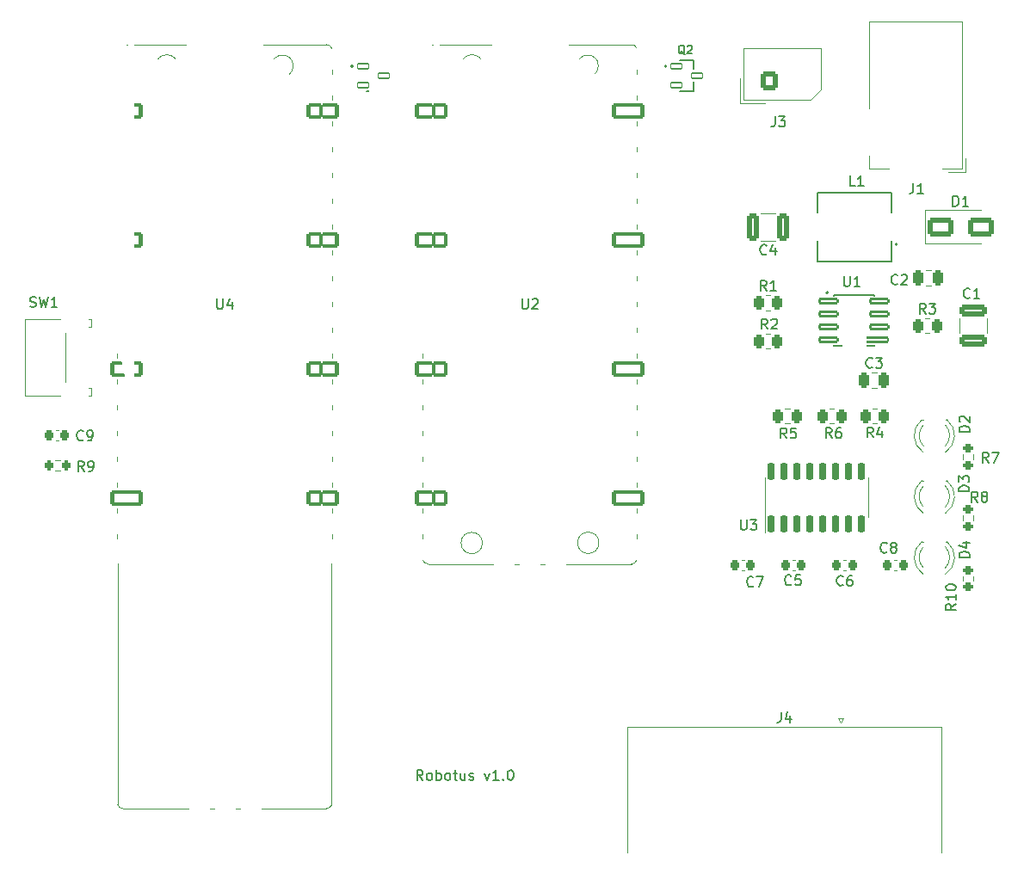
<source format=gto>
%TF.GenerationSoftware,KiCad,Pcbnew,7.0.2*%
%TF.CreationDate,2023-05-08T05:26:30+09:00*%
%TF.ProjectId,pcb,7063622e-6b69-4636-9164-5f7063625858,rev?*%
%TF.SameCoordinates,Original*%
%TF.FileFunction,Legend,Top*%
%TF.FilePolarity,Positive*%
%FSLAX46Y46*%
G04 Gerber Fmt 4.6, Leading zero omitted, Abs format (unit mm)*
G04 Created by KiCad (PCBNEW 7.0.2) date 2023-05-08 05:26:30*
%MOMM*%
%LPD*%
G01*
G04 APERTURE LIST*
G04 Aperture macros list*
%AMRoundRect*
0 Rectangle with rounded corners*
0 $1 Rounding radius*
0 $2 $3 $4 $5 $6 $7 $8 $9 X,Y pos of 4 corners*
0 Add a 4 corners polygon primitive as box body*
4,1,4,$2,$3,$4,$5,$6,$7,$8,$9,$2,$3,0*
0 Add four circle primitives for the rounded corners*
1,1,$1+$1,$2,$3*
1,1,$1+$1,$4,$5*
1,1,$1+$1,$6,$7*
1,1,$1+$1,$8,$9*
0 Add four rect primitives between the rounded corners*
20,1,$1+$1,$2,$3,$4,$5,0*
20,1,$1+$1,$4,$5,$6,$7,0*
20,1,$1+$1,$6,$7,$8,$9,0*
20,1,$1+$1,$8,$9,$2,$3,0*%
%AMFreePoly0*
4,1,58,1.881242,0.792533,1.914585,0.788777,1.924216,0.782725,1.935306,0.780194,1.961541,0.759271,1.989950,0.741421,2.341421,0.389950,2.359271,0.361541,2.380194,0.335306,2.382725,0.324216,2.388777,0.314585,2.392533,0.281242,2.400000,0.248529,2.400000,-0.248529,2.392533,-0.281242,2.388777,-0.314585,2.382725,-0.324216,2.380194,-0.335306,2.359271,-0.361541,2.341421,-0.389950,
1.989950,-0.741421,1.961541,-0.759271,1.935306,-0.780194,1.924216,-0.782725,1.914585,-0.788777,1.881242,-0.792533,1.848529,-0.800000,0.000000,-0.800000,-0.248529,-0.800000,-0.281242,-0.792533,-0.314585,-0.788777,-0.324216,-0.782725,-0.335306,-0.780194,-0.361541,-0.759271,-0.389950,-0.741421,-0.741421,-0.389950,-0.759271,-0.361541,-0.780194,-0.335306,-0.782725,-0.324216,-0.788777,-0.314585,
-0.792533,-0.281242,-0.800000,-0.248529,-0.800000,0.248529,-0.792533,0.281242,-0.788777,0.314585,-0.782725,0.324216,-0.780194,0.335306,-0.759271,0.361541,-0.741421,0.389950,-0.389950,0.741421,-0.361541,0.759271,-0.335306,0.780194,-0.324216,0.782725,-0.314585,0.788777,-0.281242,0.792533,-0.248529,0.800000,1.848529,0.800000,1.881242,0.792533,1.881242,0.792533,$1*%
%AMFreePoly1*
4,1,58,0.281242,0.792533,0.314585,0.788777,0.324216,0.782725,0.335306,0.780194,0.361541,0.759271,0.389950,0.741421,0.741421,0.389950,0.759271,0.361541,0.780194,0.335306,0.782725,0.324216,0.788777,0.314585,0.792533,0.281242,0.800000,0.248529,0.800000,-0.248529,0.792533,-0.281242,0.788777,-0.314585,0.782725,-0.324216,0.780194,-0.335306,0.759271,-0.361541,0.741421,-0.389950,
0.389950,-0.741421,0.361541,-0.759271,0.335306,-0.780194,0.324216,-0.782725,0.314585,-0.788777,0.281242,-0.792533,0.248529,-0.800000,0.000000,-0.800000,-0.248529,-0.800000,-0.281242,-0.792533,-0.314585,-0.788777,-0.324216,-0.782725,-0.335306,-0.780194,-0.361541,-0.759271,-0.389950,-0.741421,-0.741421,-0.389950,-0.759271,-0.361541,-0.780194,-0.335306,-0.782725,-0.324216,-0.788777,-0.314585,
-0.792533,-0.281242,-0.800000,-0.248529,-0.800000,0.248529,-0.792533,0.281242,-0.788777,0.314585,-0.782725,0.324216,-0.780194,0.335306,-0.759271,0.361541,-0.741421,0.389950,-0.389950,0.741421,-0.361541,0.759271,-0.335306,0.780194,-0.324216,0.782725,-0.314585,0.788777,-0.281242,0.792533,-0.248529,0.800000,0.248529,0.800000,0.281242,0.792533,0.281242,0.792533,$1*%
G04 Aperture macros list end*
%ADD10C,0.150000*%
%ADD11C,0.127000*%
%ADD12C,0.200000*%
%ADD13C,0.120000*%
%ADD14RoundRect,0.096000X-0.889000X-0.204000X0.889000X-0.204000X0.889000X0.204000X-0.889000X0.204000X0*%
%ADD15RoundRect,0.096000X-1.126000X-0.204000X1.126000X-0.204000X1.126000X0.204000X-1.126000X0.204000X0*%
%ADD16R,2.410000X4.698000*%
%ADD17RoundRect,0.150000X0.150000X-0.725000X0.150000X0.725000X-0.150000X0.725000X-0.150000X-0.725000X0*%
%ADD18RoundRect,0.200000X-0.275000X0.200000X-0.275000X-0.200000X0.275000X-0.200000X0.275000X0.200000X0*%
%ADD19C,1.600000*%
%ADD20R,1.600000X1.600000*%
%ADD21C,4.000000*%
%ADD22R,1.800000X1.800000*%
%ADD23C,1.800000*%
%ADD24RoundRect,0.225000X-0.225000X-0.250000X0.225000X-0.250000X0.225000X0.250000X-0.225000X0.250000X0*%
%ADD25RoundRect,0.250000X0.262500X0.450000X-0.262500X0.450000X-0.262500X-0.450000X0.262500X-0.450000X0*%
%ADD26RoundRect,0.250000X-0.262500X-0.450000X0.262500X-0.450000X0.262500X0.450000X-0.262500X0.450000X0*%
%ADD27RoundRect,0.250000X-0.250000X-0.475000X0.250000X-0.475000X0.250000X0.475000X-0.250000X0.475000X0*%
%ADD28RoundRect,0.250000X-1.100000X0.325000X-1.100000X-0.325000X1.100000X-0.325000X1.100000X0.325000X0*%
%ADD29RoundRect,0.200000X0.200000X0.275000X-0.200000X0.275000X-0.200000X-0.275000X0.200000X-0.275000X0*%
%ADD30R,2.450000X2.100000*%
%ADD31RoundRect,0.225000X0.225000X0.250000X-0.225000X0.250000X-0.225000X-0.250000X0.225000X-0.250000X0*%
%ADD32FreePoly0,0.000000*%
%ADD33FreePoly1,0.000000*%
%ADD34O,3.200000X1.600000*%
%ADD35RoundRect,0.200000X-1.400000X-0.600000X1.400000X-0.600000X1.400000X0.600000X-1.400000X0.600000X0*%
%ADD36RoundRect,0.200000X-0.600000X-0.600000X0.600000X-0.600000X0.600000X0.600000X-0.600000X0.600000X0*%
%ADD37RoundRect,0.250000X-1.000000X-0.650000X1.000000X-0.650000X1.000000X0.650000X-1.000000X0.650000X0*%
%ADD38R,4.600000X2.000000*%
%ADD39O,4.200000X2.000000*%
%ADD40O,2.000000X4.200000*%
%ADD41RoundRect,0.250000X-0.600000X-0.675000X0.600000X-0.675000X0.600000X0.675000X-0.600000X0.675000X0*%
%ADD42O,1.700000X1.850000*%
%ADD43C,2.400000*%
%ADD44C,1.700000*%
%ADD45RoundRect,0.048800X-0.541200X-0.256200X0.541200X-0.256200X0.541200X0.256200X-0.541200X0.256200X0*%
%ADD46RoundRect,0.250000X0.325000X1.100000X-0.325000X1.100000X-0.325000X-1.100000X0.325000X-1.100000X0*%
G04 APERTURE END LIST*
D10*
X59889523Y-92857619D02*
X59556190Y-92381428D01*
X59318095Y-92857619D02*
X59318095Y-91857619D01*
X59318095Y-91857619D02*
X59699047Y-91857619D01*
X59699047Y-91857619D02*
X59794285Y-91905238D01*
X59794285Y-91905238D02*
X59841904Y-91952857D01*
X59841904Y-91952857D02*
X59889523Y-92048095D01*
X59889523Y-92048095D02*
X59889523Y-92190952D01*
X59889523Y-92190952D02*
X59841904Y-92286190D01*
X59841904Y-92286190D02*
X59794285Y-92333809D01*
X59794285Y-92333809D02*
X59699047Y-92381428D01*
X59699047Y-92381428D02*
X59318095Y-92381428D01*
X60460952Y-92857619D02*
X60365714Y-92810000D01*
X60365714Y-92810000D02*
X60318095Y-92762380D01*
X60318095Y-92762380D02*
X60270476Y-92667142D01*
X60270476Y-92667142D02*
X60270476Y-92381428D01*
X60270476Y-92381428D02*
X60318095Y-92286190D01*
X60318095Y-92286190D02*
X60365714Y-92238571D01*
X60365714Y-92238571D02*
X60460952Y-92190952D01*
X60460952Y-92190952D02*
X60603809Y-92190952D01*
X60603809Y-92190952D02*
X60699047Y-92238571D01*
X60699047Y-92238571D02*
X60746666Y-92286190D01*
X60746666Y-92286190D02*
X60794285Y-92381428D01*
X60794285Y-92381428D02*
X60794285Y-92667142D01*
X60794285Y-92667142D02*
X60746666Y-92762380D01*
X60746666Y-92762380D02*
X60699047Y-92810000D01*
X60699047Y-92810000D02*
X60603809Y-92857619D01*
X60603809Y-92857619D02*
X60460952Y-92857619D01*
X61222857Y-92857619D02*
X61222857Y-91857619D01*
X61222857Y-92238571D02*
X61318095Y-92190952D01*
X61318095Y-92190952D02*
X61508571Y-92190952D01*
X61508571Y-92190952D02*
X61603809Y-92238571D01*
X61603809Y-92238571D02*
X61651428Y-92286190D01*
X61651428Y-92286190D02*
X61699047Y-92381428D01*
X61699047Y-92381428D02*
X61699047Y-92667142D01*
X61699047Y-92667142D02*
X61651428Y-92762380D01*
X61651428Y-92762380D02*
X61603809Y-92810000D01*
X61603809Y-92810000D02*
X61508571Y-92857619D01*
X61508571Y-92857619D02*
X61318095Y-92857619D01*
X61318095Y-92857619D02*
X61222857Y-92810000D01*
X62270476Y-92857619D02*
X62175238Y-92810000D01*
X62175238Y-92810000D02*
X62127619Y-92762380D01*
X62127619Y-92762380D02*
X62080000Y-92667142D01*
X62080000Y-92667142D02*
X62080000Y-92381428D01*
X62080000Y-92381428D02*
X62127619Y-92286190D01*
X62127619Y-92286190D02*
X62175238Y-92238571D01*
X62175238Y-92238571D02*
X62270476Y-92190952D01*
X62270476Y-92190952D02*
X62413333Y-92190952D01*
X62413333Y-92190952D02*
X62508571Y-92238571D01*
X62508571Y-92238571D02*
X62556190Y-92286190D01*
X62556190Y-92286190D02*
X62603809Y-92381428D01*
X62603809Y-92381428D02*
X62603809Y-92667142D01*
X62603809Y-92667142D02*
X62556190Y-92762380D01*
X62556190Y-92762380D02*
X62508571Y-92810000D01*
X62508571Y-92810000D02*
X62413333Y-92857619D01*
X62413333Y-92857619D02*
X62270476Y-92857619D01*
X62889524Y-92190952D02*
X63270476Y-92190952D01*
X63032381Y-91857619D02*
X63032381Y-92714761D01*
X63032381Y-92714761D02*
X63080000Y-92810000D01*
X63080000Y-92810000D02*
X63175238Y-92857619D01*
X63175238Y-92857619D02*
X63270476Y-92857619D01*
X64032381Y-92190952D02*
X64032381Y-92857619D01*
X63603810Y-92190952D02*
X63603810Y-92714761D01*
X63603810Y-92714761D02*
X63651429Y-92810000D01*
X63651429Y-92810000D02*
X63746667Y-92857619D01*
X63746667Y-92857619D02*
X63889524Y-92857619D01*
X63889524Y-92857619D02*
X63984762Y-92810000D01*
X63984762Y-92810000D02*
X64032381Y-92762380D01*
X64460953Y-92810000D02*
X64556191Y-92857619D01*
X64556191Y-92857619D02*
X64746667Y-92857619D01*
X64746667Y-92857619D02*
X64841905Y-92810000D01*
X64841905Y-92810000D02*
X64889524Y-92714761D01*
X64889524Y-92714761D02*
X64889524Y-92667142D01*
X64889524Y-92667142D02*
X64841905Y-92571904D01*
X64841905Y-92571904D02*
X64746667Y-92524285D01*
X64746667Y-92524285D02*
X64603810Y-92524285D01*
X64603810Y-92524285D02*
X64508572Y-92476666D01*
X64508572Y-92476666D02*
X64460953Y-92381428D01*
X64460953Y-92381428D02*
X64460953Y-92333809D01*
X64460953Y-92333809D02*
X64508572Y-92238571D01*
X64508572Y-92238571D02*
X64603810Y-92190952D01*
X64603810Y-92190952D02*
X64746667Y-92190952D01*
X64746667Y-92190952D02*
X64841905Y-92238571D01*
X65984763Y-92190952D02*
X66222858Y-92857619D01*
X66222858Y-92857619D02*
X66460953Y-92190952D01*
X67365715Y-92857619D02*
X66794287Y-92857619D01*
X67080001Y-92857619D02*
X67080001Y-91857619D01*
X67080001Y-91857619D02*
X66984763Y-92000476D01*
X66984763Y-92000476D02*
X66889525Y-92095714D01*
X66889525Y-92095714D02*
X66794287Y-92143333D01*
X67794287Y-92762380D02*
X67841906Y-92810000D01*
X67841906Y-92810000D02*
X67794287Y-92857619D01*
X67794287Y-92857619D02*
X67746668Y-92810000D01*
X67746668Y-92810000D02*
X67794287Y-92762380D01*
X67794287Y-92762380D02*
X67794287Y-92857619D01*
X68460953Y-91857619D02*
X68556191Y-91857619D01*
X68556191Y-91857619D02*
X68651429Y-91905238D01*
X68651429Y-91905238D02*
X68699048Y-91952857D01*
X68699048Y-91952857D02*
X68746667Y-92048095D01*
X68746667Y-92048095D02*
X68794286Y-92238571D01*
X68794286Y-92238571D02*
X68794286Y-92476666D01*
X68794286Y-92476666D02*
X68746667Y-92667142D01*
X68746667Y-92667142D02*
X68699048Y-92762380D01*
X68699048Y-92762380D02*
X68651429Y-92810000D01*
X68651429Y-92810000D02*
X68556191Y-92857619D01*
X68556191Y-92857619D02*
X68460953Y-92857619D01*
X68460953Y-92857619D02*
X68365715Y-92810000D01*
X68365715Y-92810000D02*
X68318096Y-92762380D01*
X68318096Y-92762380D02*
X68270477Y-92667142D01*
X68270477Y-92667142D02*
X68222858Y-92476666D01*
X68222858Y-92476666D02*
X68222858Y-92238571D01*
X68222858Y-92238571D02*
X68270477Y-92048095D01*
X68270477Y-92048095D02*
X68318096Y-91952857D01*
X68318096Y-91952857D02*
X68365715Y-91905238D01*
X68365715Y-91905238D02*
X68460953Y-91857619D01*
%TO.C,U1*%
X101329199Y-43247636D02*
X101329199Y-44060449D01*
X101329199Y-44060449D02*
X101377012Y-44156074D01*
X101377012Y-44156074D02*
X101424824Y-44203887D01*
X101424824Y-44203887D02*
X101520449Y-44251699D01*
X101520449Y-44251699D02*
X101711699Y-44251699D01*
X101711699Y-44251699D02*
X101807324Y-44203887D01*
X101807324Y-44203887D02*
X101855137Y-44156074D01*
X101855137Y-44156074D02*
X101902949Y-44060449D01*
X101902949Y-44060449D02*
X101902949Y-43247636D01*
X102907013Y-44251699D02*
X102333263Y-44251699D01*
X102620138Y-44251699D02*
X102620138Y-43247636D01*
X102620138Y-43247636D02*
X102524513Y-43391074D01*
X102524513Y-43391074D02*
X102428888Y-43486699D01*
X102428888Y-43486699D02*
X102333263Y-43534511D01*
%TO.C,U3*%
X91172295Y-67227419D02*
X91172295Y-68036942D01*
X91172295Y-68036942D02*
X91219914Y-68132180D01*
X91219914Y-68132180D02*
X91267533Y-68179800D01*
X91267533Y-68179800D02*
X91362771Y-68227419D01*
X91362771Y-68227419D02*
X91553247Y-68227419D01*
X91553247Y-68227419D02*
X91648485Y-68179800D01*
X91648485Y-68179800D02*
X91696104Y-68132180D01*
X91696104Y-68132180D02*
X91743723Y-68036942D01*
X91743723Y-68036942D02*
X91743723Y-67227419D01*
X92124676Y-67227419D02*
X92743723Y-67227419D01*
X92743723Y-67227419D02*
X92410390Y-67608371D01*
X92410390Y-67608371D02*
X92553247Y-67608371D01*
X92553247Y-67608371D02*
X92648485Y-67655990D01*
X92648485Y-67655990D02*
X92696104Y-67703609D01*
X92696104Y-67703609D02*
X92743723Y-67798847D01*
X92743723Y-67798847D02*
X92743723Y-68036942D01*
X92743723Y-68036942D02*
X92696104Y-68132180D01*
X92696104Y-68132180D02*
X92648485Y-68179800D01*
X92648485Y-68179800D02*
X92553247Y-68227419D01*
X92553247Y-68227419D02*
X92267533Y-68227419D01*
X92267533Y-68227419D02*
X92172295Y-68179800D01*
X92172295Y-68179800D02*
X92124676Y-68132180D01*
%TO.C,R7*%
X115543333Y-61592619D02*
X115210000Y-61116428D01*
X114971905Y-61592619D02*
X114971905Y-60592619D01*
X114971905Y-60592619D02*
X115352857Y-60592619D01*
X115352857Y-60592619D02*
X115448095Y-60640238D01*
X115448095Y-60640238D02*
X115495714Y-60687857D01*
X115495714Y-60687857D02*
X115543333Y-60783095D01*
X115543333Y-60783095D02*
X115543333Y-60925952D01*
X115543333Y-60925952D02*
X115495714Y-61021190D01*
X115495714Y-61021190D02*
X115448095Y-61068809D01*
X115448095Y-61068809D02*
X115352857Y-61116428D01*
X115352857Y-61116428D02*
X114971905Y-61116428D01*
X115876667Y-60592619D02*
X116543333Y-60592619D01*
X116543333Y-60592619D02*
X116114762Y-61592619D01*
%TO.C,J4*%
X95126666Y-86176519D02*
X95126666Y-86890804D01*
X95126666Y-86890804D02*
X95079047Y-87033661D01*
X95079047Y-87033661D02*
X94983809Y-87128900D01*
X94983809Y-87128900D02*
X94840952Y-87176519D01*
X94840952Y-87176519D02*
X94745714Y-87176519D01*
X96031428Y-86509852D02*
X96031428Y-87176519D01*
X95793333Y-86128900D02*
X95555238Y-86843185D01*
X95555238Y-86843185D02*
X96174285Y-86843185D01*
%TO.C,R8*%
X114473333Y-65492619D02*
X114140000Y-65016428D01*
X113901905Y-65492619D02*
X113901905Y-64492619D01*
X113901905Y-64492619D02*
X114282857Y-64492619D01*
X114282857Y-64492619D02*
X114378095Y-64540238D01*
X114378095Y-64540238D02*
X114425714Y-64587857D01*
X114425714Y-64587857D02*
X114473333Y-64683095D01*
X114473333Y-64683095D02*
X114473333Y-64825952D01*
X114473333Y-64825952D02*
X114425714Y-64921190D01*
X114425714Y-64921190D02*
X114378095Y-64968809D01*
X114378095Y-64968809D02*
X114282857Y-65016428D01*
X114282857Y-65016428D02*
X113901905Y-65016428D01*
X115044762Y-64921190D02*
X114949524Y-64873571D01*
X114949524Y-64873571D02*
X114901905Y-64825952D01*
X114901905Y-64825952D02*
X114854286Y-64730714D01*
X114854286Y-64730714D02*
X114854286Y-64683095D01*
X114854286Y-64683095D02*
X114901905Y-64587857D01*
X114901905Y-64587857D02*
X114949524Y-64540238D01*
X114949524Y-64540238D02*
X115044762Y-64492619D01*
X115044762Y-64492619D02*
X115235238Y-64492619D01*
X115235238Y-64492619D02*
X115330476Y-64540238D01*
X115330476Y-64540238D02*
X115378095Y-64587857D01*
X115378095Y-64587857D02*
X115425714Y-64683095D01*
X115425714Y-64683095D02*
X115425714Y-64730714D01*
X115425714Y-64730714D02*
X115378095Y-64825952D01*
X115378095Y-64825952D02*
X115330476Y-64873571D01*
X115330476Y-64873571D02*
X115235238Y-64921190D01*
X115235238Y-64921190D02*
X115044762Y-64921190D01*
X115044762Y-64921190D02*
X114949524Y-64968809D01*
X114949524Y-64968809D02*
X114901905Y-65016428D01*
X114901905Y-65016428D02*
X114854286Y-65111666D01*
X114854286Y-65111666D02*
X114854286Y-65302142D01*
X114854286Y-65302142D02*
X114901905Y-65397380D01*
X114901905Y-65397380D02*
X114949524Y-65445000D01*
X114949524Y-65445000D02*
X115044762Y-65492619D01*
X115044762Y-65492619D02*
X115235238Y-65492619D01*
X115235238Y-65492619D02*
X115330476Y-65445000D01*
X115330476Y-65445000D02*
X115378095Y-65397380D01*
X115378095Y-65397380D02*
X115425714Y-65302142D01*
X115425714Y-65302142D02*
X115425714Y-65111666D01*
X115425714Y-65111666D02*
X115378095Y-65016428D01*
X115378095Y-65016428D02*
X115330476Y-64968809D01*
X115330476Y-64968809D02*
X115235238Y-64921190D01*
%TO.C,D3*%
X113642619Y-64438094D02*
X112642619Y-64438094D01*
X112642619Y-64438094D02*
X112642619Y-64199999D01*
X112642619Y-64199999D02*
X112690238Y-64057142D01*
X112690238Y-64057142D02*
X112785476Y-63961904D01*
X112785476Y-63961904D02*
X112880714Y-63914285D01*
X112880714Y-63914285D02*
X113071190Y-63866666D01*
X113071190Y-63866666D02*
X113214047Y-63866666D01*
X113214047Y-63866666D02*
X113404523Y-63914285D01*
X113404523Y-63914285D02*
X113499761Y-63961904D01*
X113499761Y-63961904D02*
X113595000Y-64057142D01*
X113595000Y-64057142D02*
X113642619Y-64199999D01*
X113642619Y-64199999D02*
X113642619Y-64438094D01*
X112642619Y-63533332D02*
X112642619Y-62914285D01*
X112642619Y-62914285D02*
X113023571Y-63247618D01*
X113023571Y-63247618D02*
X113023571Y-63104761D01*
X113023571Y-63104761D02*
X113071190Y-63009523D01*
X113071190Y-63009523D02*
X113118809Y-62961904D01*
X113118809Y-62961904D02*
X113214047Y-62914285D01*
X113214047Y-62914285D02*
X113452142Y-62914285D01*
X113452142Y-62914285D02*
X113547380Y-62961904D01*
X113547380Y-62961904D02*
X113595000Y-63009523D01*
X113595000Y-63009523D02*
X113642619Y-63104761D01*
X113642619Y-63104761D02*
X113642619Y-63390475D01*
X113642619Y-63390475D02*
X113595000Y-63485713D01*
X113595000Y-63485713D02*
X113547380Y-63533332D01*
%TO.C,C8*%
X105543333Y-70387380D02*
X105495714Y-70435000D01*
X105495714Y-70435000D02*
X105352857Y-70482619D01*
X105352857Y-70482619D02*
X105257619Y-70482619D01*
X105257619Y-70482619D02*
X105114762Y-70435000D01*
X105114762Y-70435000D02*
X105019524Y-70339761D01*
X105019524Y-70339761D02*
X104971905Y-70244523D01*
X104971905Y-70244523D02*
X104924286Y-70054047D01*
X104924286Y-70054047D02*
X104924286Y-69911190D01*
X104924286Y-69911190D02*
X104971905Y-69720714D01*
X104971905Y-69720714D02*
X105019524Y-69625476D01*
X105019524Y-69625476D02*
X105114762Y-69530238D01*
X105114762Y-69530238D02*
X105257619Y-69482619D01*
X105257619Y-69482619D02*
X105352857Y-69482619D01*
X105352857Y-69482619D02*
X105495714Y-69530238D01*
X105495714Y-69530238D02*
X105543333Y-69577857D01*
X106114762Y-69911190D02*
X106019524Y-69863571D01*
X106019524Y-69863571D02*
X105971905Y-69815952D01*
X105971905Y-69815952D02*
X105924286Y-69720714D01*
X105924286Y-69720714D02*
X105924286Y-69673095D01*
X105924286Y-69673095D02*
X105971905Y-69577857D01*
X105971905Y-69577857D02*
X106019524Y-69530238D01*
X106019524Y-69530238D02*
X106114762Y-69482619D01*
X106114762Y-69482619D02*
X106305238Y-69482619D01*
X106305238Y-69482619D02*
X106400476Y-69530238D01*
X106400476Y-69530238D02*
X106448095Y-69577857D01*
X106448095Y-69577857D02*
X106495714Y-69673095D01*
X106495714Y-69673095D02*
X106495714Y-69720714D01*
X106495714Y-69720714D02*
X106448095Y-69815952D01*
X106448095Y-69815952D02*
X106400476Y-69863571D01*
X106400476Y-69863571D02*
X106305238Y-69911190D01*
X106305238Y-69911190D02*
X106114762Y-69911190D01*
X106114762Y-69911190D02*
X106019524Y-69958809D01*
X106019524Y-69958809D02*
X105971905Y-70006428D01*
X105971905Y-70006428D02*
X105924286Y-70101666D01*
X105924286Y-70101666D02*
X105924286Y-70292142D01*
X105924286Y-70292142D02*
X105971905Y-70387380D01*
X105971905Y-70387380D02*
X106019524Y-70435000D01*
X106019524Y-70435000D02*
X106114762Y-70482619D01*
X106114762Y-70482619D02*
X106305238Y-70482619D01*
X106305238Y-70482619D02*
X106400476Y-70435000D01*
X106400476Y-70435000D02*
X106448095Y-70387380D01*
X106448095Y-70387380D02*
X106495714Y-70292142D01*
X106495714Y-70292142D02*
X106495714Y-70101666D01*
X106495714Y-70101666D02*
X106448095Y-70006428D01*
X106448095Y-70006428D02*
X106400476Y-69958809D01*
X106400476Y-69958809D02*
X106305238Y-69911190D01*
%TO.C,C9*%
X26465533Y-59346180D02*
X26417914Y-59393800D01*
X26417914Y-59393800D02*
X26275057Y-59441419D01*
X26275057Y-59441419D02*
X26179819Y-59441419D01*
X26179819Y-59441419D02*
X26036962Y-59393800D01*
X26036962Y-59393800D02*
X25941724Y-59298561D01*
X25941724Y-59298561D02*
X25894105Y-59203323D01*
X25894105Y-59203323D02*
X25846486Y-59012847D01*
X25846486Y-59012847D02*
X25846486Y-58869990D01*
X25846486Y-58869990D02*
X25894105Y-58679514D01*
X25894105Y-58679514D02*
X25941724Y-58584276D01*
X25941724Y-58584276D02*
X26036962Y-58489038D01*
X26036962Y-58489038D02*
X26179819Y-58441419D01*
X26179819Y-58441419D02*
X26275057Y-58441419D01*
X26275057Y-58441419D02*
X26417914Y-58489038D01*
X26417914Y-58489038D02*
X26465533Y-58536657D01*
X26941724Y-59441419D02*
X27132200Y-59441419D01*
X27132200Y-59441419D02*
X27227438Y-59393800D01*
X27227438Y-59393800D02*
X27275057Y-59346180D01*
X27275057Y-59346180D02*
X27370295Y-59203323D01*
X27370295Y-59203323D02*
X27417914Y-59012847D01*
X27417914Y-59012847D02*
X27417914Y-58631895D01*
X27417914Y-58631895D02*
X27370295Y-58536657D01*
X27370295Y-58536657D02*
X27322676Y-58489038D01*
X27322676Y-58489038D02*
X27227438Y-58441419D01*
X27227438Y-58441419D02*
X27036962Y-58441419D01*
X27036962Y-58441419D02*
X26941724Y-58489038D01*
X26941724Y-58489038D02*
X26894105Y-58536657D01*
X26894105Y-58536657D02*
X26846486Y-58631895D01*
X26846486Y-58631895D02*
X26846486Y-58869990D01*
X26846486Y-58869990D02*
X26894105Y-58965228D01*
X26894105Y-58965228D02*
X26941724Y-59012847D01*
X26941724Y-59012847D02*
X27036962Y-59060466D01*
X27036962Y-59060466D02*
X27227438Y-59060466D01*
X27227438Y-59060466D02*
X27322676Y-59012847D01*
X27322676Y-59012847D02*
X27370295Y-58965228D01*
X27370295Y-58965228D02*
X27417914Y-58869990D01*
%TO.C,C5*%
X96133333Y-73577380D02*
X96085714Y-73625000D01*
X96085714Y-73625000D02*
X95942857Y-73672619D01*
X95942857Y-73672619D02*
X95847619Y-73672619D01*
X95847619Y-73672619D02*
X95704762Y-73625000D01*
X95704762Y-73625000D02*
X95609524Y-73529761D01*
X95609524Y-73529761D02*
X95561905Y-73434523D01*
X95561905Y-73434523D02*
X95514286Y-73244047D01*
X95514286Y-73244047D02*
X95514286Y-73101190D01*
X95514286Y-73101190D02*
X95561905Y-72910714D01*
X95561905Y-72910714D02*
X95609524Y-72815476D01*
X95609524Y-72815476D02*
X95704762Y-72720238D01*
X95704762Y-72720238D02*
X95847619Y-72672619D01*
X95847619Y-72672619D02*
X95942857Y-72672619D01*
X95942857Y-72672619D02*
X96085714Y-72720238D01*
X96085714Y-72720238D02*
X96133333Y-72767857D01*
X97038095Y-72672619D02*
X96561905Y-72672619D01*
X96561905Y-72672619D02*
X96514286Y-73148809D01*
X96514286Y-73148809D02*
X96561905Y-73101190D01*
X96561905Y-73101190D02*
X96657143Y-73053571D01*
X96657143Y-73053571D02*
X96895238Y-73053571D01*
X96895238Y-73053571D02*
X96990476Y-73101190D01*
X96990476Y-73101190D02*
X97038095Y-73148809D01*
X97038095Y-73148809D02*
X97085714Y-73244047D01*
X97085714Y-73244047D02*
X97085714Y-73482142D01*
X97085714Y-73482142D02*
X97038095Y-73577380D01*
X97038095Y-73577380D02*
X96990476Y-73625000D01*
X96990476Y-73625000D02*
X96895238Y-73672619D01*
X96895238Y-73672619D02*
X96657143Y-73672619D01*
X96657143Y-73672619D02*
X96561905Y-73625000D01*
X96561905Y-73625000D02*
X96514286Y-73577380D01*
%TO.C,R2*%
X93799533Y-48466219D02*
X93466200Y-47990028D01*
X93228105Y-48466219D02*
X93228105Y-47466219D01*
X93228105Y-47466219D02*
X93609057Y-47466219D01*
X93609057Y-47466219D02*
X93704295Y-47513838D01*
X93704295Y-47513838D02*
X93751914Y-47561457D01*
X93751914Y-47561457D02*
X93799533Y-47656695D01*
X93799533Y-47656695D02*
X93799533Y-47799552D01*
X93799533Y-47799552D02*
X93751914Y-47894790D01*
X93751914Y-47894790D02*
X93704295Y-47942409D01*
X93704295Y-47942409D02*
X93609057Y-47990028D01*
X93609057Y-47990028D02*
X93228105Y-47990028D01*
X94180486Y-47561457D02*
X94228105Y-47513838D01*
X94228105Y-47513838D02*
X94323343Y-47466219D01*
X94323343Y-47466219D02*
X94561438Y-47466219D01*
X94561438Y-47466219D02*
X94656676Y-47513838D01*
X94656676Y-47513838D02*
X94704295Y-47561457D01*
X94704295Y-47561457D02*
X94751914Y-47656695D01*
X94751914Y-47656695D02*
X94751914Y-47751933D01*
X94751914Y-47751933D02*
X94704295Y-47894790D01*
X94704295Y-47894790D02*
X94132867Y-48466219D01*
X94132867Y-48466219D02*
X94751914Y-48466219D01*
%TO.C,R6*%
X100124133Y-59185019D02*
X99790800Y-58708828D01*
X99552705Y-59185019D02*
X99552705Y-58185019D01*
X99552705Y-58185019D02*
X99933657Y-58185019D01*
X99933657Y-58185019D02*
X100028895Y-58232638D01*
X100028895Y-58232638D02*
X100076514Y-58280257D01*
X100076514Y-58280257D02*
X100124133Y-58375495D01*
X100124133Y-58375495D02*
X100124133Y-58518352D01*
X100124133Y-58518352D02*
X100076514Y-58613590D01*
X100076514Y-58613590D02*
X100028895Y-58661209D01*
X100028895Y-58661209D02*
X99933657Y-58708828D01*
X99933657Y-58708828D02*
X99552705Y-58708828D01*
X100981276Y-58185019D02*
X100790800Y-58185019D01*
X100790800Y-58185019D02*
X100695562Y-58232638D01*
X100695562Y-58232638D02*
X100647943Y-58280257D01*
X100647943Y-58280257D02*
X100552705Y-58423114D01*
X100552705Y-58423114D02*
X100505086Y-58613590D01*
X100505086Y-58613590D02*
X100505086Y-58994542D01*
X100505086Y-58994542D02*
X100552705Y-59089780D01*
X100552705Y-59089780D02*
X100600324Y-59137400D01*
X100600324Y-59137400D02*
X100695562Y-59185019D01*
X100695562Y-59185019D02*
X100886038Y-59185019D01*
X100886038Y-59185019D02*
X100981276Y-59137400D01*
X100981276Y-59137400D02*
X101028895Y-59089780D01*
X101028895Y-59089780D02*
X101076514Y-58994542D01*
X101076514Y-58994542D02*
X101076514Y-58756447D01*
X101076514Y-58756447D02*
X101028895Y-58661209D01*
X101028895Y-58661209D02*
X100981276Y-58613590D01*
X100981276Y-58613590D02*
X100886038Y-58565971D01*
X100886038Y-58565971D02*
X100695562Y-58565971D01*
X100695562Y-58565971D02*
X100600324Y-58613590D01*
X100600324Y-58613590D02*
X100552705Y-58661209D01*
X100552705Y-58661209D02*
X100505086Y-58756447D01*
%TO.C,C3*%
X104111933Y-52200980D02*
X104064314Y-52248600D01*
X104064314Y-52248600D02*
X103921457Y-52296219D01*
X103921457Y-52296219D02*
X103826219Y-52296219D01*
X103826219Y-52296219D02*
X103683362Y-52248600D01*
X103683362Y-52248600D02*
X103588124Y-52153361D01*
X103588124Y-52153361D02*
X103540505Y-52058123D01*
X103540505Y-52058123D02*
X103492886Y-51867647D01*
X103492886Y-51867647D02*
X103492886Y-51724790D01*
X103492886Y-51724790D02*
X103540505Y-51534314D01*
X103540505Y-51534314D02*
X103588124Y-51439076D01*
X103588124Y-51439076D02*
X103683362Y-51343838D01*
X103683362Y-51343838D02*
X103826219Y-51296219D01*
X103826219Y-51296219D02*
X103921457Y-51296219D01*
X103921457Y-51296219D02*
X104064314Y-51343838D01*
X104064314Y-51343838D02*
X104111933Y-51391457D01*
X104445267Y-51296219D02*
X105064314Y-51296219D01*
X105064314Y-51296219D02*
X104730981Y-51677171D01*
X104730981Y-51677171D02*
X104873838Y-51677171D01*
X104873838Y-51677171D02*
X104969076Y-51724790D01*
X104969076Y-51724790D02*
X105016695Y-51772409D01*
X105016695Y-51772409D02*
X105064314Y-51867647D01*
X105064314Y-51867647D02*
X105064314Y-52105742D01*
X105064314Y-52105742D02*
X105016695Y-52200980D01*
X105016695Y-52200980D02*
X104969076Y-52248600D01*
X104969076Y-52248600D02*
X104873838Y-52296219D01*
X104873838Y-52296219D02*
X104588124Y-52296219D01*
X104588124Y-52296219D02*
X104492886Y-52248600D01*
X104492886Y-52248600D02*
X104445267Y-52200980D01*
%TO.C,R3*%
X109369733Y-46943219D02*
X109036400Y-46467028D01*
X108798305Y-46943219D02*
X108798305Y-45943219D01*
X108798305Y-45943219D02*
X109179257Y-45943219D01*
X109179257Y-45943219D02*
X109274495Y-45990838D01*
X109274495Y-45990838D02*
X109322114Y-46038457D01*
X109322114Y-46038457D02*
X109369733Y-46133695D01*
X109369733Y-46133695D02*
X109369733Y-46276552D01*
X109369733Y-46276552D02*
X109322114Y-46371790D01*
X109322114Y-46371790D02*
X109274495Y-46419409D01*
X109274495Y-46419409D02*
X109179257Y-46467028D01*
X109179257Y-46467028D02*
X108798305Y-46467028D01*
X109703067Y-45943219D02*
X110322114Y-45943219D01*
X110322114Y-45943219D02*
X109988781Y-46324171D01*
X109988781Y-46324171D02*
X110131638Y-46324171D01*
X110131638Y-46324171D02*
X110226876Y-46371790D01*
X110226876Y-46371790D02*
X110274495Y-46419409D01*
X110274495Y-46419409D02*
X110322114Y-46514647D01*
X110322114Y-46514647D02*
X110322114Y-46752742D01*
X110322114Y-46752742D02*
X110274495Y-46847980D01*
X110274495Y-46847980D02*
X110226876Y-46895600D01*
X110226876Y-46895600D02*
X110131638Y-46943219D01*
X110131638Y-46943219D02*
X109845924Y-46943219D01*
X109845924Y-46943219D02*
X109750686Y-46895600D01*
X109750686Y-46895600D02*
X109703067Y-46847980D01*
%TO.C,R10*%
X112332619Y-75512857D02*
X111856428Y-75846190D01*
X112332619Y-76084285D02*
X111332619Y-76084285D01*
X111332619Y-76084285D02*
X111332619Y-75703333D01*
X111332619Y-75703333D02*
X111380238Y-75608095D01*
X111380238Y-75608095D02*
X111427857Y-75560476D01*
X111427857Y-75560476D02*
X111523095Y-75512857D01*
X111523095Y-75512857D02*
X111665952Y-75512857D01*
X111665952Y-75512857D02*
X111761190Y-75560476D01*
X111761190Y-75560476D02*
X111808809Y-75608095D01*
X111808809Y-75608095D02*
X111856428Y-75703333D01*
X111856428Y-75703333D02*
X111856428Y-76084285D01*
X112332619Y-74560476D02*
X112332619Y-75131904D01*
X112332619Y-74846190D02*
X111332619Y-74846190D01*
X111332619Y-74846190D02*
X111475476Y-74941428D01*
X111475476Y-74941428D02*
X111570714Y-75036666D01*
X111570714Y-75036666D02*
X111618333Y-75131904D01*
X111332619Y-73941428D02*
X111332619Y-73846190D01*
X111332619Y-73846190D02*
X111380238Y-73750952D01*
X111380238Y-73750952D02*
X111427857Y-73703333D01*
X111427857Y-73703333D02*
X111523095Y-73655714D01*
X111523095Y-73655714D02*
X111713571Y-73608095D01*
X111713571Y-73608095D02*
X111951666Y-73608095D01*
X111951666Y-73608095D02*
X112142142Y-73655714D01*
X112142142Y-73655714D02*
X112237380Y-73703333D01*
X112237380Y-73703333D02*
X112285000Y-73750952D01*
X112285000Y-73750952D02*
X112332619Y-73846190D01*
X112332619Y-73846190D02*
X112332619Y-73941428D01*
X112332619Y-73941428D02*
X112285000Y-74036666D01*
X112285000Y-74036666D02*
X112237380Y-74084285D01*
X112237380Y-74084285D02*
X112142142Y-74131904D01*
X112142142Y-74131904D02*
X111951666Y-74179523D01*
X111951666Y-74179523D02*
X111713571Y-74179523D01*
X111713571Y-74179523D02*
X111523095Y-74131904D01*
X111523095Y-74131904D02*
X111427857Y-74084285D01*
X111427857Y-74084285D02*
X111380238Y-74036666D01*
X111380238Y-74036666D02*
X111332619Y-73941428D01*
%TO.C,C1*%
X113713133Y-45348380D02*
X113665514Y-45396000D01*
X113665514Y-45396000D02*
X113522657Y-45443619D01*
X113522657Y-45443619D02*
X113427419Y-45443619D01*
X113427419Y-45443619D02*
X113284562Y-45396000D01*
X113284562Y-45396000D02*
X113189324Y-45300761D01*
X113189324Y-45300761D02*
X113141705Y-45205523D01*
X113141705Y-45205523D02*
X113094086Y-45015047D01*
X113094086Y-45015047D02*
X113094086Y-44872190D01*
X113094086Y-44872190D02*
X113141705Y-44681714D01*
X113141705Y-44681714D02*
X113189324Y-44586476D01*
X113189324Y-44586476D02*
X113284562Y-44491238D01*
X113284562Y-44491238D02*
X113427419Y-44443619D01*
X113427419Y-44443619D02*
X113522657Y-44443619D01*
X113522657Y-44443619D02*
X113665514Y-44491238D01*
X113665514Y-44491238D02*
X113713133Y-44538857D01*
X114665514Y-45443619D02*
X114094086Y-45443619D01*
X114379800Y-45443619D02*
X114379800Y-44443619D01*
X114379800Y-44443619D02*
X114284562Y-44586476D01*
X114284562Y-44586476D02*
X114189324Y-44681714D01*
X114189324Y-44681714D02*
X114094086Y-44729333D01*
%TO.C,R9*%
X26541733Y-62464019D02*
X26208400Y-61987828D01*
X25970305Y-62464019D02*
X25970305Y-61464019D01*
X25970305Y-61464019D02*
X26351257Y-61464019D01*
X26351257Y-61464019D02*
X26446495Y-61511638D01*
X26446495Y-61511638D02*
X26494114Y-61559257D01*
X26494114Y-61559257D02*
X26541733Y-61654495D01*
X26541733Y-61654495D02*
X26541733Y-61797352D01*
X26541733Y-61797352D02*
X26494114Y-61892590D01*
X26494114Y-61892590D02*
X26446495Y-61940209D01*
X26446495Y-61940209D02*
X26351257Y-61987828D01*
X26351257Y-61987828D02*
X25970305Y-61987828D01*
X27017924Y-62464019D02*
X27208400Y-62464019D01*
X27208400Y-62464019D02*
X27303638Y-62416400D01*
X27303638Y-62416400D02*
X27351257Y-62368780D01*
X27351257Y-62368780D02*
X27446495Y-62225923D01*
X27446495Y-62225923D02*
X27494114Y-62035447D01*
X27494114Y-62035447D02*
X27494114Y-61654495D01*
X27494114Y-61654495D02*
X27446495Y-61559257D01*
X27446495Y-61559257D02*
X27398876Y-61511638D01*
X27398876Y-61511638D02*
X27303638Y-61464019D01*
X27303638Y-61464019D02*
X27113162Y-61464019D01*
X27113162Y-61464019D02*
X27017924Y-61511638D01*
X27017924Y-61511638D02*
X26970305Y-61559257D01*
X26970305Y-61559257D02*
X26922686Y-61654495D01*
X26922686Y-61654495D02*
X26922686Y-61892590D01*
X26922686Y-61892590D02*
X26970305Y-61987828D01*
X26970305Y-61987828D02*
X27017924Y-62035447D01*
X27017924Y-62035447D02*
X27113162Y-62083066D01*
X27113162Y-62083066D02*
X27303638Y-62083066D01*
X27303638Y-62083066D02*
X27398876Y-62035447D01*
X27398876Y-62035447D02*
X27446495Y-61987828D01*
X27446495Y-61987828D02*
X27494114Y-61892590D01*
%TO.C,D2*%
X113662619Y-58558094D02*
X112662619Y-58558094D01*
X112662619Y-58558094D02*
X112662619Y-58319999D01*
X112662619Y-58319999D02*
X112710238Y-58177142D01*
X112710238Y-58177142D02*
X112805476Y-58081904D01*
X112805476Y-58081904D02*
X112900714Y-58034285D01*
X112900714Y-58034285D02*
X113091190Y-57986666D01*
X113091190Y-57986666D02*
X113234047Y-57986666D01*
X113234047Y-57986666D02*
X113424523Y-58034285D01*
X113424523Y-58034285D02*
X113519761Y-58081904D01*
X113519761Y-58081904D02*
X113615000Y-58177142D01*
X113615000Y-58177142D02*
X113662619Y-58319999D01*
X113662619Y-58319999D02*
X113662619Y-58558094D01*
X112757857Y-57605713D02*
X112710238Y-57558094D01*
X112710238Y-57558094D02*
X112662619Y-57462856D01*
X112662619Y-57462856D02*
X112662619Y-57224761D01*
X112662619Y-57224761D02*
X112710238Y-57129523D01*
X112710238Y-57129523D02*
X112757857Y-57081904D01*
X112757857Y-57081904D02*
X112853095Y-57034285D01*
X112853095Y-57034285D02*
X112948333Y-57034285D01*
X112948333Y-57034285D02*
X113091190Y-57081904D01*
X113091190Y-57081904D02*
X113662619Y-57653332D01*
X113662619Y-57653332D02*
X113662619Y-57034285D01*
%TO.C,R4*%
X104188133Y-59133219D02*
X103854800Y-58657028D01*
X103616705Y-59133219D02*
X103616705Y-58133219D01*
X103616705Y-58133219D02*
X103997657Y-58133219D01*
X103997657Y-58133219D02*
X104092895Y-58180838D01*
X104092895Y-58180838D02*
X104140514Y-58228457D01*
X104140514Y-58228457D02*
X104188133Y-58323695D01*
X104188133Y-58323695D02*
X104188133Y-58466552D01*
X104188133Y-58466552D02*
X104140514Y-58561790D01*
X104140514Y-58561790D02*
X104092895Y-58609409D01*
X104092895Y-58609409D02*
X103997657Y-58657028D01*
X103997657Y-58657028D02*
X103616705Y-58657028D01*
X105045276Y-58466552D02*
X105045276Y-59133219D01*
X104807181Y-58085600D02*
X104569086Y-58799885D01*
X104569086Y-58799885D02*
X105188133Y-58799885D01*
%TO.C,C6*%
X101233333Y-73647380D02*
X101185714Y-73695000D01*
X101185714Y-73695000D02*
X101042857Y-73742619D01*
X101042857Y-73742619D02*
X100947619Y-73742619D01*
X100947619Y-73742619D02*
X100804762Y-73695000D01*
X100804762Y-73695000D02*
X100709524Y-73599761D01*
X100709524Y-73599761D02*
X100661905Y-73504523D01*
X100661905Y-73504523D02*
X100614286Y-73314047D01*
X100614286Y-73314047D02*
X100614286Y-73171190D01*
X100614286Y-73171190D02*
X100661905Y-72980714D01*
X100661905Y-72980714D02*
X100709524Y-72885476D01*
X100709524Y-72885476D02*
X100804762Y-72790238D01*
X100804762Y-72790238D02*
X100947619Y-72742619D01*
X100947619Y-72742619D02*
X101042857Y-72742619D01*
X101042857Y-72742619D02*
X101185714Y-72790238D01*
X101185714Y-72790238D02*
X101233333Y-72837857D01*
X102090476Y-72742619D02*
X101900000Y-72742619D01*
X101900000Y-72742619D02*
X101804762Y-72790238D01*
X101804762Y-72790238D02*
X101757143Y-72837857D01*
X101757143Y-72837857D02*
X101661905Y-72980714D01*
X101661905Y-72980714D02*
X101614286Y-73171190D01*
X101614286Y-73171190D02*
X101614286Y-73552142D01*
X101614286Y-73552142D02*
X101661905Y-73647380D01*
X101661905Y-73647380D02*
X101709524Y-73695000D01*
X101709524Y-73695000D02*
X101804762Y-73742619D01*
X101804762Y-73742619D02*
X101995238Y-73742619D01*
X101995238Y-73742619D02*
X102090476Y-73695000D01*
X102090476Y-73695000D02*
X102138095Y-73647380D01*
X102138095Y-73647380D02*
X102185714Y-73552142D01*
X102185714Y-73552142D02*
X102185714Y-73314047D01*
X102185714Y-73314047D02*
X102138095Y-73218809D01*
X102138095Y-73218809D02*
X102090476Y-73171190D01*
X102090476Y-73171190D02*
X101995238Y-73123571D01*
X101995238Y-73123571D02*
X101804762Y-73123571D01*
X101804762Y-73123571D02*
X101709524Y-73171190D01*
X101709524Y-73171190D02*
X101661905Y-73218809D01*
X101661905Y-73218809D02*
X101614286Y-73314047D01*
%TO.C,R5*%
X95679133Y-59210419D02*
X95345800Y-58734228D01*
X95107705Y-59210419D02*
X95107705Y-58210419D01*
X95107705Y-58210419D02*
X95488657Y-58210419D01*
X95488657Y-58210419D02*
X95583895Y-58258038D01*
X95583895Y-58258038D02*
X95631514Y-58305657D01*
X95631514Y-58305657D02*
X95679133Y-58400895D01*
X95679133Y-58400895D02*
X95679133Y-58543752D01*
X95679133Y-58543752D02*
X95631514Y-58638990D01*
X95631514Y-58638990D02*
X95583895Y-58686609D01*
X95583895Y-58686609D02*
X95488657Y-58734228D01*
X95488657Y-58734228D02*
X95107705Y-58734228D01*
X96583895Y-58210419D02*
X96107705Y-58210419D01*
X96107705Y-58210419D02*
X96060086Y-58686609D01*
X96060086Y-58686609D02*
X96107705Y-58638990D01*
X96107705Y-58638990D02*
X96202943Y-58591371D01*
X96202943Y-58591371D02*
X96441038Y-58591371D01*
X96441038Y-58591371D02*
X96536276Y-58638990D01*
X96536276Y-58638990D02*
X96583895Y-58686609D01*
X96583895Y-58686609D02*
X96631514Y-58781847D01*
X96631514Y-58781847D02*
X96631514Y-59019942D01*
X96631514Y-59019942D02*
X96583895Y-59115180D01*
X96583895Y-59115180D02*
X96536276Y-59162800D01*
X96536276Y-59162800D02*
X96441038Y-59210419D01*
X96441038Y-59210419D02*
X96202943Y-59210419D01*
X96202943Y-59210419D02*
X96107705Y-59162800D01*
X96107705Y-59162800D02*
X96060086Y-59115180D01*
%TO.C,L1*%
X102410115Y-34369270D02*
X101933872Y-34369270D01*
X101933872Y-34369270D02*
X101933872Y-33369160D01*
X103267352Y-34369270D02*
X102695861Y-34369270D01*
X102981606Y-34369270D02*
X102981606Y-33369160D01*
X102981606Y-33369160D02*
X102886358Y-33512033D01*
X102886358Y-33512033D02*
X102791109Y-33607281D01*
X102791109Y-33607281D02*
X102695861Y-33654906D01*
%TO.C,C7*%
X92403333Y-73737380D02*
X92355714Y-73785000D01*
X92355714Y-73785000D02*
X92212857Y-73832619D01*
X92212857Y-73832619D02*
X92117619Y-73832619D01*
X92117619Y-73832619D02*
X91974762Y-73785000D01*
X91974762Y-73785000D02*
X91879524Y-73689761D01*
X91879524Y-73689761D02*
X91831905Y-73594523D01*
X91831905Y-73594523D02*
X91784286Y-73404047D01*
X91784286Y-73404047D02*
X91784286Y-73261190D01*
X91784286Y-73261190D02*
X91831905Y-73070714D01*
X91831905Y-73070714D02*
X91879524Y-72975476D01*
X91879524Y-72975476D02*
X91974762Y-72880238D01*
X91974762Y-72880238D02*
X92117619Y-72832619D01*
X92117619Y-72832619D02*
X92212857Y-72832619D01*
X92212857Y-72832619D02*
X92355714Y-72880238D01*
X92355714Y-72880238D02*
X92403333Y-72927857D01*
X92736667Y-72832619D02*
X93403333Y-72832619D01*
X93403333Y-72832619D02*
X92974762Y-73832619D01*
%TO.C,U2*%
X69666895Y-45487419D02*
X69666895Y-46296942D01*
X69666895Y-46296942D02*
X69714514Y-46392180D01*
X69714514Y-46392180D02*
X69762133Y-46439800D01*
X69762133Y-46439800D02*
X69857371Y-46487419D01*
X69857371Y-46487419D02*
X70047847Y-46487419D01*
X70047847Y-46487419D02*
X70143085Y-46439800D01*
X70143085Y-46439800D02*
X70190704Y-46392180D01*
X70190704Y-46392180D02*
X70238323Y-46296942D01*
X70238323Y-46296942D02*
X70238323Y-45487419D01*
X70666895Y-45582657D02*
X70714514Y-45535038D01*
X70714514Y-45535038D02*
X70809752Y-45487419D01*
X70809752Y-45487419D02*
X71047847Y-45487419D01*
X71047847Y-45487419D02*
X71143085Y-45535038D01*
X71143085Y-45535038D02*
X71190704Y-45582657D01*
X71190704Y-45582657D02*
X71238323Y-45677895D01*
X71238323Y-45677895D02*
X71238323Y-45773133D01*
X71238323Y-45773133D02*
X71190704Y-45915990D01*
X71190704Y-45915990D02*
X70619276Y-46487419D01*
X70619276Y-46487419D02*
X71238323Y-46487419D01*
%TO.C,D1*%
X112049505Y-36365019D02*
X112049505Y-35365019D01*
X112049505Y-35365019D02*
X112287600Y-35365019D01*
X112287600Y-35365019D02*
X112430457Y-35412638D01*
X112430457Y-35412638D02*
X112525695Y-35507876D01*
X112525695Y-35507876D02*
X112573314Y-35603114D01*
X112573314Y-35603114D02*
X112620933Y-35793590D01*
X112620933Y-35793590D02*
X112620933Y-35936447D01*
X112620933Y-35936447D02*
X112573314Y-36126923D01*
X112573314Y-36126923D02*
X112525695Y-36222161D01*
X112525695Y-36222161D02*
X112430457Y-36317400D01*
X112430457Y-36317400D02*
X112287600Y-36365019D01*
X112287600Y-36365019D02*
X112049505Y-36365019D01*
X113573314Y-36365019D02*
X113001886Y-36365019D01*
X113287600Y-36365019D02*
X113287600Y-35365019D01*
X113287600Y-35365019D02*
X113192362Y-35507876D01*
X113192362Y-35507876D02*
X113097124Y-35603114D01*
X113097124Y-35603114D02*
X113001886Y-35650733D01*
%TO.C,J1*%
X108150066Y-34108219D02*
X108150066Y-34822504D01*
X108150066Y-34822504D02*
X108102447Y-34965361D01*
X108102447Y-34965361D02*
X108007209Y-35060600D01*
X108007209Y-35060600D02*
X107864352Y-35108219D01*
X107864352Y-35108219D02*
X107769114Y-35108219D01*
X109150066Y-35108219D02*
X108578638Y-35108219D01*
X108864352Y-35108219D02*
X108864352Y-34108219D01*
X108864352Y-34108219D02*
X108769114Y-34251076D01*
X108769114Y-34251076D02*
X108673876Y-34346314D01*
X108673876Y-34346314D02*
X108578638Y-34393933D01*
%TO.C,J3*%
X94530266Y-27544619D02*
X94530266Y-28258904D01*
X94530266Y-28258904D02*
X94482647Y-28401761D01*
X94482647Y-28401761D02*
X94387409Y-28497000D01*
X94387409Y-28497000D02*
X94244552Y-28544619D01*
X94244552Y-28544619D02*
X94149314Y-28544619D01*
X94911219Y-27544619D02*
X95530266Y-27544619D01*
X95530266Y-27544619D02*
X95196933Y-27925571D01*
X95196933Y-27925571D02*
X95339790Y-27925571D01*
X95339790Y-27925571D02*
X95435028Y-27973190D01*
X95435028Y-27973190D02*
X95482647Y-28020809D01*
X95482647Y-28020809D02*
X95530266Y-28116047D01*
X95530266Y-28116047D02*
X95530266Y-28354142D01*
X95530266Y-28354142D02*
X95482647Y-28449380D01*
X95482647Y-28449380D02*
X95435028Y-28497000D01*
X95435028Y-28497000D02*
X95339790Y-28544619D01*
X95339790Y-28544619D02*
X95054076Y-28544619D01*
X95054076Y-28544619D02*
X94958838Y-28497000D01*
X94958838Y-28497000D02*
X94911219Y-28449380D01*
%TO.C,SW1*%
X21232667Y-46246200D02*
X21375524Y-46293819D01*
X21375524Y-46293819D02*
X21613619Y-46293819D01*
X21613619Y-46293819D02*
X21708857Y-46246200D01*
X21708857Y-46246200D02*
X21756476Y-46198580D01*
X21756476Y-46198580D02*
X21804095Y-46103342D01*
X21804095Y-46103342D02*
X21804095Y-46008104D01*
X21804095Y-46008104D02*
X21756476Y-45912866D01*
X21756476Y-45912866D02*
X21708857Y-45865247D01*
X21708857Y-45865247D02*
X21613619Y-45817628D01*
X21613619Y-45817628D02*
X21423143Y-45770009D01*
X21423143Y-45770009D02*
X21327905Y-45722390D01*
X21327905Y-45722390D02*
X21280286Y-45674771D01*
X21280286Y-45674771D02*
X21232667Y-45579533D01*
X21232667Y-45579533D02*
X21232667Y-45484295D01*
X21232667Y-45484295D02*
X21280286Y-45389057D01*
X21280286Y-45389057D02*
X21327905Y-45341438D01*
X21327905Y-45341438D02*
X21423143Y-45293819D01*
X21423143Y-45293819D02*
X21661238Y-45293819D01*
X21661238Y-45293819D02*
X21804095Y-45341438D01*
X22137429Y-45293819D02*
X22375524Y-46293819D01*
X22375524Y-46293819D02*
X22566000Y-45579533D01*
X22566000Y-45579533D02*
X22756476Y-46293819D01*
X22756476Y-46293819D02*
X22994572Y-45293819D01*
X23899333Y-46293819D02*
X23327905Y-46293819D01*
X23613619Y-46293819D02*
X23613619Y-45293819D01*
X23613619Y-45293819D02*
X23518381Y-45436676D01*
X23518381Y-45436676D02*
X23423143Y-45531914D01*
X23423143Y-45531914D02*
X23327905Y-45579533D01*
%TO.C,Q2*%
X85654809Y-21418085D02*
X85578619Y-21379990D01*
X85578619Y-21379990D02*
X85502428Y-21303800D01*
X85502428Y-21303800D02*
X85388142Y-21189514D01*
X85388142Y-21189514D02*
X85311952Y-21151419D01*
X85311952Y-21151419D02*
X85235761Y-21151419D01*
X85273857Y-21341895D02*
X85197666Y-21303800D01*
X85197666Y-21303800D02*
X85121476Y-21227609D01*
X85121476Y-21227609D02*
X85083380Y-21075228D01*
X85083380Y-21075228D02*
X85083380Y-20808561D01*
X85083380Y-20808561D02*
X85121476Y-20656180D01*
X85121476Y-20656180D02*
X85197666Y-20579990D01*
X85197666Y-20579990D02*
X85273857Y-20541895D01*
X85273857Y-20541895D02*
X85426238Y-20541895D01*
X85426238Y-20541895D02*
X85502428Y-20579990D01*
X85502428Y-20579990D02*
X85578619Y-20656180D01*
X85578619Y-20656180D02*
X85616714Y-20808561D01*
X85616714Y-20808561D02*
X85616714Y-21075228D01*
X85616714Y-21075228D02*
X85578619Y-21227609D01*
X85578619Y-21227609D02*
X85502428Y-21303800D01*
X85502428Y-21303800D02*
X85426238Y-21341895D01*
X85426238Y-21341895D02*
X85273857Y-21341895D01*
X85921475Y-20618085D02*
X85959571Y-20579990D01*
X85959571Y-20579990D02*
X86035761Y-20541895D01*
X86035761Y-20541895D02*
X86226237Y-20541895D01*
X86226237Y-20541895D02*
X86302428Y-20579990D01*
X86302428Y-20579990D02*
X86340523Y-20618085D01*
X86340523Y-20618085D02*
X86378618Y-20694276D01*
X86378618Y-20694276D02*
X86378618Y-20770466D01*
X86378618Y-20770466D02*
X86340523Y-20884752D01*
X86340523Y-20884752D02*
X85883380Y-21341895D01*
X85883380Y-21341895D02*
X86378618Y-21341895D01*
%TO.C,Q1*%
X54810209Y-21418685D02*
X54734019Y-21380590D01*
X54734019Y-21380590D02*
X54657828Y-21304400D01*
X54657828Y-21304400D02*
X54543542Y-21190114D01*
X54543542Y-21190114D02*
X54467352Y-21152019D01*
X54467352Y-21152019D02*
X54391161Y-21152019D01*
X54429257Y-21342495D02*
X54353066Y-21304400D01*
X54353066Y-21304400D02*
X54276876Y-21228209D01*
X54276876Y-21228209D02*
X54238780Y-21075828D01*
X54238780Y-21075828D02*
X54238780Y-20809161D01*
X54238780Y-20809161D02*
X54276876Y-20656780D01*
X54276876Y-20656780D02*
X54353066Y-20580590D01*
X54353066Y-20580590D02*
X54429257Y-20542495D01*
X54429257Y-20542495D02*
X54581638Y-20542495D01*
X54581638Y-20542495D02*
X54657828Y-20580590D01*
X54657828Y-20580590D02*
X54734019Y-20656780D01*
X54734019Y-20656780D02*
X54772114Y-20809161D01*
X54772114Y-20809161D02*
X54772114Y-21075828D01*
X54772114Y-21075828D02*
X54734019Y-21228209D01*
X54734019Y-21228209D02*
X54657828Y-21304400D01*
X54657828Y-21304400D02*
X54581638Y-21342495D01*
X54581638Y-21342495D02*
X54429257Y-21342495D01*
X55534018Y-21342495D02*
X55076875Y-21342495D01*
X55305447Y-21342495D02*
X55305447Y-20542495D01*
X55305447Y-20542495D02*
X55229256Y-20656780D01*
X55229256Y-20656780D02*
X55153066Y-20732971D01*
X55153066Y-20732971D02*
X55076875Y-20771066D01*
%TO.C,C2*%
X106601133Y-44002180D02*
X106553514Y-44049800D01*
X106553514Y-44049800D02*
X106410657Y-44097419D01*
X106410657Y-44097419D02*
X106315419Y-44097419D01*
X106315419Y-44097419D02*
X106172562Y-44049800D01*
X106172562Y-44049800D02*
X106077324Y-43954561D01*
X106077324Y-43954561D02*
X106029705Y-43859323D01*
X106029705Y-43859323D02*
X105982086Y-43668847D01*
X105982086Y-43668847D02*
X105982086Y-43525990D01*
X105982086Y-43525990D02*
X106029705Y-43335514D01*
X106029705Y-43335514D02*
X106077324Y-43240276D01*
X106077324Y-43240276D02*
X106172562Y-43145038D01*
X106172562Y-43145038D02*
X106315419Y-43097419D01*
X106315419Y-43097419D02*
X106410657Y-43097419D01*
X106410657Y-43097419D02*
X106553514Y-43145038D01*
X106553514Y-43145038D02*
X106601133Y-43192657D01*
X106982086Y-43192657D02*
X107029705Y-43145038D01*
X107029705Y-43145038D02*
X107124943Y-43097419D01*
X107124943Y-43097419D02*
X107363038Y-43097419D01*
X107363038Y-43097419D02*
X107458276Y-43145038D01*
X107458276Y-43145038D02*
X107505895Y-43192657D01*
X107505895Y-43192657D02*
X107553514Y-43287895D01*
X107553514Y-43287895D02*
X107553514Y-43383133D01*
X107553514Y-43383133D02*
X107505895Y-43525990D01*
X107505895Y-43525990D02*
X106934467Y-44097419D01*
X106934467Y-44097419D02*
X107553514Y-44097419D01*
%TO.C,D4*%
X113662619Y-70928094D02*
X112662619Y-70928094D01*
X112662619Y-70928094D02*
X112662619Y-70689999D01*
X112662619Y-70689999D02*
X112710238Y-70547142D01*
X112710238Y-70547142D02*
X112805476Y-70451904D01*
X112805476Y-70451904D02*
X112900714Y-70404285D01*
X112900714Y-70404285D02*
X113091190Y-70356666D01*
X113091190Y-70356666D02*
X113234047Y-70356666D01*
X113234047Y-70356666D02*
X113424523Y-70404285D01*
X113424523Y-70404285D02*
X113519761Y-70451904D01*
X113519761Y-70451904D02*
X113615000Y-70547142D01*
X113615000Y-70547142D02*
X113662619Y-70689999D01*
X113662619Y-70689999D02*
X113662619Y-70928094D01*
X112995952Y-69499523D02*
X113662619Y-69499523D01*
X112615000Y-69737618D02*
X113329285Y-69975713D01*
X113329285Y-69975713D02*
X113329285Y-69356666D01*
%TO.C,R1*%
X93699833Y-44682619D02*
X93366500Y-44206428D01*
X93128405Y-44682619D02*
X93128405Y-43682619D01*
X93128405Y-43682619D02*
X93509357Y-43682619D01*
X93509357Y-43682619D02*
X93604595Y-43730238D01*
X93604595Y-43730238D02*
X93652214Y-43777857D01*
X93652214Y-43777857D02*
X93699833Y-43873095D01*
X93699833Y-43873095D02*
X93699833Y-44015952D01*
X93699833Y-44015952D02*
X93652214Y-44111190D01*
X93652214Y-44111190D02*
X93604595Y-44158809D01*
X93604595Y-44158809D02*
X93509357Y-44206428D01*
X93509357Y-44206428D02*
X93128405Y-44206428D01*
X94652214Y-44682619D02*
X94080786Y-44682619D01*
X94366500Y-44682619D02*
X94366500Y-43682619D01*
X94366500Y-43682619D02*
X94271262Y-43825476D01*
X94271262Y-43825476D02*
X94176024Y-43920714D01*
X94176024Y-43920714D02*
X94080786Y-43968333D01*
%TO.C,U4*%
X39644095Y-45487419D02*
X39644095Y-46296942D01*
X39644095Y-46296942D02*
X39691714Y-46392180D01*
X39691714Y-46392180D02*
X39739333Y-46439800D01*
X39739333Y-46439800D02*
X39834571Y-46487419D01*
X39834571Y-46487419D02*
X40025047Y-46487419D01*
X40025047Y-46487419D02*
X40120285Y-46439800D01*
X40120285Y-46439800D02*
X40167904Y-46392180D01*
X40167904Y-46392180D02*
X40215523Y-46296942D01*
X40215523Y-46296942D02*
X40215523Y-45487419D01*
X41120285Y-45820752D02*
X41120285Y-46487419D01*
X40882190Y-45439800D02*
X40644095Y-46154085D01*
X40644095Y-46154085D02*
X41263142Y-46154085D01*
%TO.C,C4*%
X93697933Y-41069780D02*
X93650314Y-41117400D01*
X93650314Y-41117400D02*
X93507457Y-41165019D01*
X93507457Y-41165019D02*
X93412219Y-41165019D01*
X93412219Y-41165019D02*
X93269362Y-41117400D01*
X93269362Y-41117400D02*
X93174124Y-41022161D01*
X93174124Y-41022161D02*
X93126505Y-40926923D01*
X93126505Y-40926923D02*
X93078886Y-40736447D01*
X93078886Y-40736447D02*
X93078886Y-40593590D01*
X93078886Y-40593590D02*
X93126505Y-40403114D01*
X93126505Y-40403114D02*
X93174124Y-40307876D01*
X93174124Y-40307876D02*
X93269362Y-40212638D01*
X93269362Y-40212638D02*
X93412219Y-40165019D01*
X93412219Y-40165019D02*
X93507457Y-40165019D01*
X93507457Y-40165019D02*
X93650314Y-40212638D01*
X93650314Y-40212638D02*
X93697933Y-40260257D01*
X94555076Y-40498352D02*
X94555076Y-41165019D01*
X94316981Y-40117400D02*
X94078886Y-40831685D01*
X94078886Y-40831685D02*
X94697933Y-40831685D01*
D11*
%TO.C,U1*%
X100322800Y-45120800D02*
X100322800Y-45220800D01*
X100322800Y-45120800D02*
X104322800Y-45120800D01*
X100322800Y-50020800D02*
X100322800Y-50120800D01*
X100322800Y-50120800D02*
X104322800Y-50120800D01*
X104322800Y-45120800D02*
X104322800Y-45220800D01*
X104322800Y-50020800D02*
X104322800Y-50120800D01*
D12*
X99755800Y-44880800D02*
G75*
G03*
X99755800Y-44880800I-100000J0D01*
G01*
D13*
%TO.C,U3*%
X93554400Y-65031200D02*
X93554400Y-68481200D01*
X93554400Y-65031200D02*
X93554400Y-63081200D01*
X103674400Y-65031200D02*
X103674400Y-66981200D01*
X103674400Y-65031200D02*
X103674400Y-63081200D01*
%TO.C,R7*%
X114082500Y-60817742D02*
X114082500Y-61292258D01*
X113037500Y-60817742D02*
X113037500Y-61292258D01*
%TO.C,J4*%
X110945000Y-87653900D02*
X110945000Y-99993900D01*
X101250000Y-86759562D02*
X101000000Y-87192575D01*
X101000000Y-87192575D02*
X100750000Y-86759562D01*
X100750000Y-86759562D02*
X101250000Y-86759562D01*
X79975000Y-99993900D02*
X79975000Y-87653900D01*
X79975000Y-87653900D02*
X110945000Y-87653900D01*
%TO.C,R8*%
X114082500Y-66827742D02*
X114082500Y-67302258D01*
X113037500Y-66827742D02*
X113037500Y-67302258D01*
%TO.C,D3*%
X111456000Y-63380000D02*
X111300000Y-63380000D01*
X109140000Y-63380000D02*
X108984000Y-63380000D01*
X111298608Y-66612334D02*
G75*
G03*
X111455515Y-63380001I-1078608J1672334D01*
G01*
X111299836Y-65981129D02*
G75*
G03*
X111299999Y-63899040I-1079836J1041129D01*
G01*
X109140001Y-63899040D02*
G75*
G03*
X109140164Y-65981129I1079999J-1040960D01*
G01*
X108984485Y-63380001D02*
G75*
G03*
X109141392Y-66612334I1235515J-1559999D01*
G01*
%TO.C,C8*%
X106233220Y-71217200D02*
X106514380Y-71217200D01*
X106233220Y-72237200D02*
X106514380Y-72237200D01*
%TO.C,C9*%
X23748420Y-58418000D02*
X24029580Y-58418000D01*
X23748420Y-59438000D02*
X24029580Y-59438000D01*
%TO.C,C5*%
X96233220Y-71217200D02*
X96514380Y-71217200D01*
X96233220Y-72237200D02*
X96514380Y-72237200D01*
%TO.C,R2*%
X94093564Y-50389600D02*
X93639436Y-50389600D01*
X94093564Y-48919600D02*
X93639436Y-48919600D01*
%TO.C,R6*%
X99913236Y-56285600D02*
X100367364Y-56285600D01*
X99913236Y-57755600D02*
X100367364Y-57755600D01*
%TO.C,C3*%
X104017348Y-52778600D02*
X104539852Y-52778600D01*
X104017348Y-54248600D02*
X104539852Y-54248600D01*
%TO.C,R3*%
X109309336Y-47395600D02*
X109763464Y-47395600D01*
X109309336Y-48865600D02*
X109763464Y-48865600D01*
%TO.C,R10*%
X114042500Y-72792742D02*
X114042500Y-73267258D01*
X112997500Y-72792742D02*
X112997500Y-73267258D01*
%TO.C,C1*%
X115366800Y-47419348D02*
X115366800Y-48841852D01*
X112646800Y-47419348D02*
X112646800Y-48841852D01*
%TO.C,R9*%
X24177058Y-62422300D02*
X23702542Y-62422300D01*
X24177058Y-61377300D02*
X23702542Y-61377300D01*
%TO.C,D2*%
X108984485Y-57380001D02*
G75*
G03*
X109141392Y-60612334I1235515J-1559999D01*
G01*
X109140001Y-57899040D02*
G75*
G03*
X109140164Y-59981129I1079999J-1040960D01*
G01*
X111299836Y-59981129D02*
G75*
G03*
X111299999Y-57899040I-1079836J1041129D01*
G01*
X111298608Y-60612334D02*
G75*
G03*
X111455515Y-57380001I-1078608J1672334D01*
G01*
X109140000Y-57380000D02*
X108984000Y-57380000D01*
X111456000Y-57380000D02*
X111300000Y-57380000D01*
%TO.C,R4*%
X104581864Y-57755600D02*
X104127736Y-57755600D01*
X104581864Y-56285600D02*
X104127736Y-56285600D01*
%TO.C,C6*%
X101233220Y-71217200D02*
X101514380Y-71217200D01*
X101233220Y-72237200D02*
X101514380Y-72237200D01*
%TO.C,R5*%
X95519036Y-56285600D02*
X95973164Y-56285600D01*
X95519036Y-57755600D02*
X95973164Y-57755600D01*
D12*
%TO.C,L1*%
X106023600Y-41827800D02*
X98723600Y-41827800D01*
X106023600Y-39827800D02*
X106023600Y-41827800D01*
X106023600Y-37027800D02*
X106023600Y-35027800D01*
X106023600Y-35027800D02*
X98723600Y-35027800D01*
X98723600Y-41827800D02*
X98723600Y-39827800D01*
X98723600Y-35027800D02*
X98723600Y-37027800D01*
X106573600Y-40127800D02*
G75*
G03*
X106573600Y-40127800I-100000J0D01*
G01*
D13*
%TO.C,C7*%
X91514380Y-72237200D02*
X91233220Y-72237200D01*
X91514380Y-71217200D02*
X91233220Y-71217200D01*
%TO.C,U2*%
X59848800Y-22954800D02*
X59848800Y-23374800D01*
X59848800Y-25494800D02*
X59848800Y-25914800D01*
X59848800Y-28034800D02*
X59848800Y-28454800D01*
X59848800Y-30574800D02*
X59848800Y-30994800D01*
X59848800Y-33114800D02*
X59848800Y-33534800D01*
X59848800Y-35654800D02*
X59848800Y-36074800D01*
X59848800Y-38194800D02*
X59848800Y-38614800D01*
X59848800Y-40734800D02*
X59848800Y-41154800D01*
X59848800Y-43274800D02*
X59848800Y-43694800D01*
X59848800Y-45814800D02*
X59848800Y-46234800D01*
X59848800Y-48354800D02*
X59848800Y-48774800D01*
X59848800Y-50894800D02*
X59848800Y-51314800D01*
X59848800Y-53434800D02*
X59848800Y-53854800D01*
X59848800Y-55974800D02*
X59848800Y-56394800D01*
X59848800Y-58514800D02*
X59848800Y-58934800D01*
X59848800Y-61054800D02*
X59848800Y-61474800D01*
X59848800Y-63594800D02*
X59848800Y-64014800D01*
X59848800Y-66134800D02*
X59848800Y-66554800D01*
X59848800Y-68674800D02*
X59848800Y-69094800D01*
X60408800Y-20464800D02*
X66598800Y-20464800D01*
X60408800Y-71584800D02*
X66808800Y-71584800D01*
X66598800Y-20464800D02*
X60408800Y-20464800D01*
X68928800Y-71584800D02*
X69348800Y-71584800D01*
X71468800Y-71584800D02*
X71888800Y-71584800D01*
X74008800Y-71584800D02*
X80408800Y-71584800D01*
X80408800Y-20464800D02*
X74218800Y-20464800D01*
X80968800Y-22954800D02*
X80968800Y-23374800D01*
X80968800Y-25494800D02*
X80968800Y-25914800D01*
X80968800Y-28034800D02*
X80968800Y-28454800D01*
X80968800Y-30574800D02*
X80968800Y-30994800D01*
X80968800Y-33114800D02*
X80968800Y-33534800D01*
X80968800Y-35654800D02*
X80968800Y-36074800D01*
X80968800Y-38194800D02*
X80968800Y-38614800D01*
X80968800Y-40734800D02*
X80968800Y-41154800D01*
X80968800Y-43274800D02*
X80968800Y-43694800D01*
X80968800Y-45814800D02*
X80968800Y-46234800D01*
X80968800Y-48354800D02*
X80968800Y-48774800D01*
X80968800Y-50894800D02*
X80968800Y-51314800D01*
X80968800Y-53434800D02*
X80968800Y-53854800D01*
X80968800Y-55974800D02*
X80968800Y-56394800D01*
X80968800Y-58514800D02*
X80968800Y-58934800D01*
X80968800Y-61054800D02*
X80968800Y-61474800D01*
X80968800Y-63594800D02*
X80968800Y-64014800D01*
X80968800Y-66134800D02*
X80968800Y-66554800D01*
X80968800Y-68674800D02*
X80968800Y-69094800D01*
X60408800Y-20464801D02*
G75*
G03*
X59878801Y-20834800I-1771J-562057D01*
G01*
X59878801Y-71214800D02*
G75*
G03*
X60408800Y-71584799I528226J192055D01*
G01*
X80938825Y-20834791D02*
G75*
G03*
X80408800Y-20464801I-528325J-192209D01*
G01*
X80408800Y-71584772D02*
G75*
G03*
X80938799Y-71214800I1700J562172D01*
G01*
X65748800Y-69524800D02*
G75*
G03*
X65748800Y-69524800I-1050000J0D01*
G01*
X65778800Y-22514800D02*
G75*
G03*
X65778800Y-22514800I-1050000J0D01*
G01*
X77158800Y-22554800D02*
G75*
G03*
X77158800Y-22554800I-1050000J0D01*
G01*
X77208800Y-69504800D02*
G75*
G03*
X77208800Y-69504800I-1050000J0D01*
G01*
%TO.C,D1*%
X109277600Y-36752400D02*
X109277600Y-40052400D01*
X109277600Y-36752400D02*
X114787600Y-36752400D01*
X109277600Y-40052400D02*
X114787600Y-40052400D01*
%TO.C,J1*%
X113281800Y-32979400D02*
X113281800Y-31679400D01*
X112981800Y-32679400D02*
X110981800Y-32679400D01*
X112981800Y-18179400D02*
X112981800Y-32679400D01*
X111581800Y-32979400D02*
X113281800Y-32979400D01*
X105781800Y-32679400D02*
X103781800Y-32679400D01*
X103781800Y-32679400D02*
X103781800Y-31379400D01*
X103781800Y-26779400D02*
X103781800Y-18179400D01*
X103781800Y-18179400D02*
X112981800Y-18179400D01*
%TO.C,J3*%
X91114600Y-23818000D02*
X91114600Y-26228000D01*
X91114600Y-26228000D02*
X93524600Y-26228000D01*
X91414600Y-20808000D02*
X91414600Y-25928000D01*
X91414600Y-25928000D02*
X98034600Y-25928000D01*
X98034600Y-25928000D02*
X99034600Y-24928000D01*
X99034600Y-20808000D02*
X91414600Y-20808000D01*
X99034600Y-24928000D02*
X99034600Y-20808000D01*
%TO.C,SW1*%
X20744000Y-55042000D02*
X24194000Y-55042000D01*
X27034000Y-55042000D02*
X27234000Y-55042000D01*
X27234000Y-54252000D02*
X27234000Y-55042000D01*
X27234000Y-54252000D02*
X26984000Y-54252000D01*
X24684000Y-53662000D02*
X24684000Y-48882000D01*
X27234000Y-48292000D02*
X26984000Y-48292000D01*
X20744000Y-47502000D02*
X20744000Y-55042000D01*
X24194000Y-47502000D02*
X20744000Y-47502000D01*
X27034000Y-47502000D02*
X27234000Y-47502000D01*
X27234000Y-47502000D02*
X27234000Y-48292000D01*
D11*
%TO.C,Q2*%
X85161000Y-21969800D02*
X86561000Y-21969800D01*
X86561000Y-21969800D02*
X86561000Y-22889800D01*
X86561000Y-24149800D02*
X86561000Y-25069800D01*
X86561000Y-25069800D02*
X85161000Y-25069800D01*
D12*
X83861000Y-22604800D02*
G75*
G03*
X83861000Y-22604800I-100000J0D01*
G01*
D11*
%TO.C,Q1*%
X54316400Y-21970400D02*
X55716400Y-21970400D01*
X55716400Y-21970400D02*
X55716400Y-22890400D01*
X55716400Y-24150400D02*
X55716400Y-25070400D01*
X55716400Y-25070400D02*
X54316400Y-25070400D01*
D12*
X53016400Y-22605400D02*
G75*
G03*
X53016400Y-22605400I-100000J0D01*
G01*
D13*
%TO.C,C2*%
X109351348Y-42696600D02*
X109873852Y-42696600D01*
X109351348Y-44166600D02*
X109873852Y-44166600D01*
%TO.C,D4*%
X111456000Y-69380000D02*
X111300000Y-69380000D01*
X109140000Y-69380000D02*
X108984000Y-69380000D01*
X111298608Y-72612334D02*
G75*
G03*
X111455515Y-69380001I-1078608J1672334D01*
G01*
X111299836Y-71981129D02*
G75*
G03*
X111299999Y-69899040I-1079836J1041129D01*
G01*
X109140001Y-69899040D02*
G75*
G03*
X109140164Y-71981129I1079999J-1040960D01*
G01*
X108984485Y-69380001D02*
G75*
G03*
X109141392Y-72612334I1235515J-1559999D01*
G01*
%TO.C,R1*%
X93639436Y-45135000D02*
X94093564Y-45135000D01*
X93639436Y-46605000D02*
X94093564Y-46605000D01*
%TO.C,U4*%
X47136000Y-22554800D02*
G75*
G03*
X47136000Y-22554800I-1050000J0D01*
G01*
X35756000Y-22514800D02*
G75*
G03*
X35756000Y-22514800I-1050000J0D01*
G01*
X50386000Y-95664867D02*
G75*
G03*
X50915999Y-95294800I1600J562267D01*
G01*
X50915963Y-20834814D02*
G75*
G03*
X50386000Y-20464801I-528263J-192086D01*
G01*
X29856001Y-95294800D02*
G75*
G03*
X30386000Y-95664799I528226J192055D01*
G01*
X30386000Y-20464801D02*
G75*
G03*
X29856000Y-20834800I-1770J-562059D01*
G01*
X50946000Y-68674800D02*
X50946000Y-69094800D01*
X50946000Y-66134800D02*
X50946000Y-66554800D01*
X50946000Y-63594800D02*
X50946000Y-64014800D01*
X50946000Y-61054800D02*
X50946000Y-61474800D01*
X50946000Y-58514800D02*
X50946000Y-58934800D01*
X50946000Y-55974800D02*
X50946000Y-56394800D01*
X50946000Y-53434800D02*
X50946000Y-53854800D01*
X50946000Y-50894800D02*
X50946000Y-51314800D01*
X50946000Y-48354800D02*
X50946000Y-48774800D01*
X50946000Y-45814800D02*
X50946000Y-46234800D01*
X50946000Y-43274800D02*
X50946000Y-43694800D01*
X50946000Y-40734800D02*
X50946000Y-41154800D01*
X50946000Y-38194800D02*
X50946000Y-38614800D01*
X50946000Y-35654800D02*
X50946000Y-36074800D01*
X50946000Y-33114800D02*
X50946000Y-33534800D01*
X50946000Y-30574800D02*
X50946000Y-30994800D01*
X50946000Y-28034800D02*
X50946000Y-28454800D01*
X50946000Y-25494800D02*
X50946000Y-25914800D01*
X50946000Y-22954800D02*
X50946000Y-23374800D01*
X50916000Y-71564800D02*
X50916000Y-95294800D01*
X50386000Y-20464800D02*
X44196000Y-20464800D01*
X43986000Y-95664800D02*
X50386000Y-95664800D01*
X41446000Y-95664800D02*
X41866000Y-95664800D01*
X38906000Y-95664800D02*
X39326000Y-95664800D01*
X36576000Y-20464800D02*
X30386000Y-20464800D01*
X30386000Y-95664800D02*
X36786000Y-95664800D01*
X30386000Y-20464800D02*
X36576000Y-20464800D01*
X29856000Y-71564800D02*
X29856000Y-95294800D01*
X29826000Y-68674800D02*
X29826000Y-69094800D01*
X29826000Y-66134800D02*
X29826000Y-66554800D01*
X29826000Y-63594800D02*
X29826000Y-64014800D01*
X29826000Y-61054800D02*
X29826000Y-61474800D01*
X29826000Y-58514800D02*
X29826000Y-58934800D01*
X29826000Y-55974800D02*
X29826000Y-56394800D01*
X29826000Y-53434800D02*
X29826000Y-53854800D01*
X29826000Y-50894800D02*
X29826000Y-51314800D01*
X29826000Y-48354800D02*
X29826000Y-48774800D01*
X29826000Y-45814800D02*
X29826000Y-46234800D01*
X29826000Y-43274800D02*
X29826000Y-43694800D01*
X29826000Y-40734800D02*
X29826000Y-41154800D01*
X29826000Y-38194800D02*
X29826000Y-38614800D01*
X29826000Y-35654800D02*
X29826000Y-36074800D01*
X29826000Y-33114800D02*
X29826000Y-33534800D01*
X29826000Y-30574800D02*
X29826000Y-30994800D01*
X29826000Y-28034800D02*
X29826000Y-28454800D01*
X29826000Y-25494800D02*
X29826000Y-25914800D01*
X29826000Y-22954800D02*
X29826000Y-23374800D01*
%TO.C,C4*%
X94575852Y-39762400D02*
X93153348Y-39762400D01*
X94575852Y-37042400D02*
X93153348Y-37042400D01*
%TD*%
%LPC*%
D14*
%TO.C,U1*%
X99847800Y-45715800D03*
X99847800Y-46985800D03*
X99847800Y-48255800D03*
X99847800Y-49525800D03*
D15*
X104560800Y-49525800D03*
D14*
X104797800Y-48255800D03*
X104797800Y-46985800D03*
X104797800Y-45715800D03*
D16*
X102322800Y-48319800D03*
%TD*%
D17*
%TO.C,U3*%
X94169400Y-67606200D03*
X95439400Y-67606200D03*
X96709400Y-67606200D03*
X97979400Y-67606200D03*
X99249400Y-67606200D03*
X100519400Y-67606200D03*
X101789400Y-67606200D03*
X103059400Y-67606200D03*
X103059400Y-62456200D03*
X101789400Y-62456200D03*
X100519400Y-62456200D03*
X99249400Y-62456200D03*
X97979400Y-62456200D03*
X96709400Y-62456200D03*
X95439400Y-62456200D03*
X94169400Y-62456200D03*
%TD*%
D18*
%TO.C,R7*%
X113560000Y-60230000D03*
X113560000Y-61880000D03*
%TD*%
D19*
%TO.C,J4*%
X91305000Y-92353900D03*
X94075000Y-92353900D03*
X96845000Y-92353900D03*
X99615000Y-92353900D03*
X89920000Y-89513900D03*
X92690000Y-89513900D03*
X95460000Y-89513900D03*
X98230000Y-89513900D03*
D20*
X101000000Y-89513900D03*
D21*
X107960000Y-90933900D03*
X82960000Y-90933900D03*
%TD*%
D18*
%TO.C,R8*%
X113560000Y-66240000D03*
X113560000Y-67890000D03*
%TD*%
D22*
%TO.C,D3*%
X110220000Y-63670000D03*
D23*
X110220000Y-66210000D03*
%TD*%
D24*
%TO.C,C8*%
X105598800Y-71727200D03*
X107148800Y-71727200D03*
%TD*%
%TO.C,C9*%
X23114000Y-58928000D03*
X24664000Y-58928000D03*
%TD*%
%TO.C,C5*%
X95598800Y-71727200D03*
X97148800Y-71727200D03*
%TD*%
D25*
%TO.C,R2*%
X94779000Y-49654600D03*
X92954000Y-49654600D03*
%TD*%
D26*
%TO.C,R6*%
X99227800Y-57020600D03*
X101052800Y-57020600D03*
%TD*%
D27*
%TO.C,C3*%
X103328600Y-53513600D03*
X105228600Y-53513600D03*
%TD*%
D26*
%TO.C,R3*%
X108623900Y-48130600D03*
X110448900Y-48130600D03*
%TD*%
D18*
%TO.C,R10*%
X113520000Y-72205000D03*
X113520000Y-73855000D03*
%TD*%
D28*
%TO.C,C1*%
X114006800Y-46655600D03*
X114006800Y-49605600D03*
%TD*%
D29*
%TO.C,R9*%
X24764800Y-61899800D03*
X23114800Y-61899800D03*
%TD*%
D23*
%TO.C,D2*%
X110220000Y-60210000D03*
D22*
X110220000Y-57670000D03*
%TD*%
D25*
%TO.C,R4*%
X105267300Y-57020600D03*
X103442300Y-57020600D03*
%TD*%
D24*
%TO.C,C6*%
X100598800Y-71727200D03*
X102148800Y-71727200D03*
%TD*%
D26*
%TO.C,R5*%
X94833600Y-57020600D03*
X96658600Y-57020600D03*
%TD*%
D30*
%TO.C,L1*%
X105373600Y-38427800D03*
X99373600Y-38427800D03*
%TD*%
D31*
%TO.C,C7*%
X92148800Y-71727200D03*
X90598800Y-71727200D03*
%TD*%
D32*
%TO.C,U2*%
X59918800Y-21894800D03*
D33*
X61518800Y-21894800D03*
D34*
X60718800Y-24434800D03*
D19*
X61518800Y-24434800D03*
D35*
X60718800Y-26974800D03*
D36*
X61518800Y-26974800D03*
D34*
X60718800Y-29514800D03*
D19*
X61518800Y-29514800D03*
D34*
X60718800Y-32054800D03*
D19*
X61518800Y-32054800D03*
D34*
X60718800Y-34594800D03*
D19*
X61518800Y-34594800D03*
D34*
X60718800Y-37134800D03*
D19*
X61518800Y-37134800D03*
D35*
X60718800Y-39674800D03*
D36*
X61518800Y-39674800D03*
D34*
X60718800Y-42214800D03*
D19*
X61518800Y-42214800D03*
D34*
X60718800Y-44754800D03*
D19*
X61518800Y-44754800D03*
D34*
X60718800Y-47294800D03*
D19*
X61518800Y-47294800D03*
D34*
X60718800Y-49834800D03*
D19*
X61518800Y-49834800D03*
D35*
X60718800Y-52374800D03*
D36*
X61518800Y-52374800D03*
D34*
X60718800Y-54914800D03*
D19*
X61518800Y-54914800D03*
D34*
X60718800Y-57454800D03*
D19*
X61518800Y-57454800D03*
D34*
X60718800Y-59994800D03*
D19*
X61518800Y-59994800D03*
D34*
X60718800Y-62534800D03*
D19*
X61518800Y-62534800D03*
D35*
X60718800Y-65074800D03*
D36*
X61518800Y-65074800D03*
D34*
X60718800Y-67614800D03*
D19*
X61518800Y-67614800D03*
D34*
X60718800Y-70154800D03*
D19*
X61518800Y-70154800D03*
X79298800Y-70154800D03*
D34*
X80098800Y-70154800D03*
D19*
X79298800Y-67614800D03*
D34*
X80098800Y-67614800D03*
D36*
X79298800Y-65074800D03*
D35*
X80098800Y-65074800D03*
D19*
X79298800Y-62534800D03*
D34*
X80098800Y-62534800D03*
D19*
X79298800Y-59994800D03*
D34*
X80098800Y-59994800D03*
D19*
X79298800Y-57454800D03*
D34*
X80098800Y-57454800D03*
D19*
X79298800Y-54914800D03*
D34*
X80098800Y-54914800D03*
D36*
X79298800Y-52374800D03*
D35*
X80098800Y-52374800D03*
D19*
X79298800Y-49834800D03*
D34*
X80098800Y-49834800D03*
D19*
X79298800Y-47294800D03*
D34*
X80098800Y-47294800D03*
D19*
X79298800Y-44754800D03*
D34*
X80098800Y-44754800D03*
D19*
X79298800Y-42214800D03*
D34*
X80098800Y-42214800D03*
D36*
X79298800Y-39674800D03*
D35*
X80098800Y-39674800D03*
D19*
X79298800Y-37134800D03*
D34*
X80098800Y-37134800D03*
D19*
X79298800Y-34594800D03*
D34*
X80098800Y-34594800D03*
D19*
X79298800Y-32054800D03*
D34*
X80098800Y-32054800D03*
D19*
X79298800Y-29514800D03*
D34*
X80098800Y-29514800D03*
D36*
X79298800Y-26974800D03*
D35*
X80098800Y-26974800D03*
D19*
X79298800Y-24434800D03*
D34*
X80098800Y-24434800D03*
D19*
X79298800Y-21894800D03*
D34*
X80098800Y-21894800D03*
%TD*%
D37*
%TO.C,D1*%
X110787600Y-38402400D03*
X114787600Y-38402400D03*
%TD*%
D38*
%TO.C,J1*%
X108381800Y-31979400D03*
D39*
X108381800Y-25679400D03*
D40*
X103581800Y-29079400D03*
%TD*%
D41*
%TO.C,J3*%
X93974600Y-24018000D03*
D42*
X96474600Y-24018000D03*
%TD*%
D43*
%TO.C,SW1*%
X25614000Y-54772000D03*
X25614000Y-47772000D03*
D44*
X23114000Y-53522000D03*
X23114000Y-49022000D03*
%TD*%
D45*
%TO.C,Q2*%
X84836000Y-22604800D03*
X84836000Y-24434800D03*
X86886000Y-23519800D03*
%TD*%
%TO.C,Q1*%
X53991400Y-22605400D03*
X53991400Y-24435400D03*
X56041400Y-23520400D03*
%TD*%
D27*
%TO.C,C2*%
X108662600Y-43431600D03*
X110562600Y-43431600D03*
%TD*%
D22*
%TO.C,D4*%
X110220000Y-69670000D03*
D23*
X110220000Y-72210000D03*
%TD*%
D26*
%TO.C,R1*%
X92954000Y-45870000D03*
X94779000Y-45870000D03*
%TD*%
D34*
%TO.C,U4*%
X50076000Y-21894800D03*
D19*
X49276000Y-21894800D03*
D34*
X50076000Y-24434800D03*
D19*
X49276000Y-24434800D03*
D35*
X50076000Y-26974800D03*
D36*
X49276000Y-26974800D03*
D34*
X50076000Y-29514800D03*
D19*
X49276000Y-29514800D03*
D34*
X50076000Y-32054800D03*
D19*
X49276000Y-32054800D03*
D34*
X50076000Y-34594800D03*
D19*
X49276000Y-34594800D03*
D34*
X50076000Y-37134800D03*
D19*
X49276000Y-37134800D03*
D35*
X50076000Y-39674800D03*
D36*
X49276000Y-39674800D03*
D34*
X50076000Y-42214800D03*
D19*
X49276000Y-42214800D03*
D34*
X50076000Y-44754800D03*
D19*
X49276000Y-44754800D03*
D34*
X50076000Y-47294800D03*
D19*
X49276000Y-47294800D03*
D34*
X50076000Y-49834800D03*
D19*
X49276000Y-49834800D03*
D35*
X50076000Y-52374800D03*
D36*
X49276000Y-52374800D03*
D34*
X50076000Y-54914800D03*
D19*
X49276000Y-54914800D03*
D34*
X50076000Y-57454800D03*
D19*
X49276000Y-57454800D03*
D34*
X50076000Y-59994800D03*
D19*
X49276000Y-59994800D03*
D34*
X50076000Y-62534800D03*
D19*
X49276000Y-62534800D03*
D35*
X50076000Y-65074800D03*
D36*
X49276000Y-65074800D03*
D34*
X50076000Y-67614800D03*
D19*
X49276000Y-67614800D03*
D34*
X50076000Y-70154800D03*
D19*
X49276000Y-70154800D03*
X31496000Y-70154800D03*
D34*
X30696000Y-70154800D03*
D19*
X31496000Y-67614800D03*
D34*
X30696000Y-67614800D03*
D36*
X31496000Y-65074800D03*
D35*
X30696000Y-65074800D03*
D19*
X31496000Y-62534800D03*
D34*
X30696000Y-62534800D03*
D19*
X31496000Y-59994800D03*
D34*
X30696000Y-59994800D03*
D19*
X31496000Y-57454800D03*
D34*
X30696000Y-57454800D03*
D19*
X31496000Y-54914800D03*
D34*
X30696000Y-54914800D03*
D36*
X31496000Y-52374800D03*
D35*
X30696000Y-52374800D03*
D19*
X31496000Y-49834800D03*
D34*
X30696000Y-49834800D03*
D19*
X31496000Y-47294800D03*
D34*
X30696000Y-47294800D03*
D19*
X31496000Y-44754800D03*
D34*
X30696000Y-44754800D03*
D19*
X31496000Y-42214800D03*
D34*
X30696000Y-42214800D03*
D36*
X31496000Y-39674800D03*
D35*
X30696000Y-39674800D03*
D19*
X31496000Y-37134800D03*
D34*
X30696000Y-37134800D03*
D19*
X31496000Y-34594800D03*
D34*
X30696000Y-34594800D03*
D19*
X31496000Y-32054800D03*
D34*
X30696000Y-32054800D03*
D19*
X31496000Y-29514800D03*
D34*
X30696000Y-29514800D03*
D36*
X31496000Y-26974800D03*
D35*
X30696000Y-26974800D03*
D19*
X31496000Y-24434800D03*
D34*
X30696000Y-24434800D03*
D33*
X31496000Y-21894800D03*
D32*
X29896000Y-21894800D03*
%TD*%
D46*
%TO.C,C4*%
X95339600Y-38402400D03*
X92389600Y-38402400D03*
%TD*%
%LPD*%
M02*

</source>
